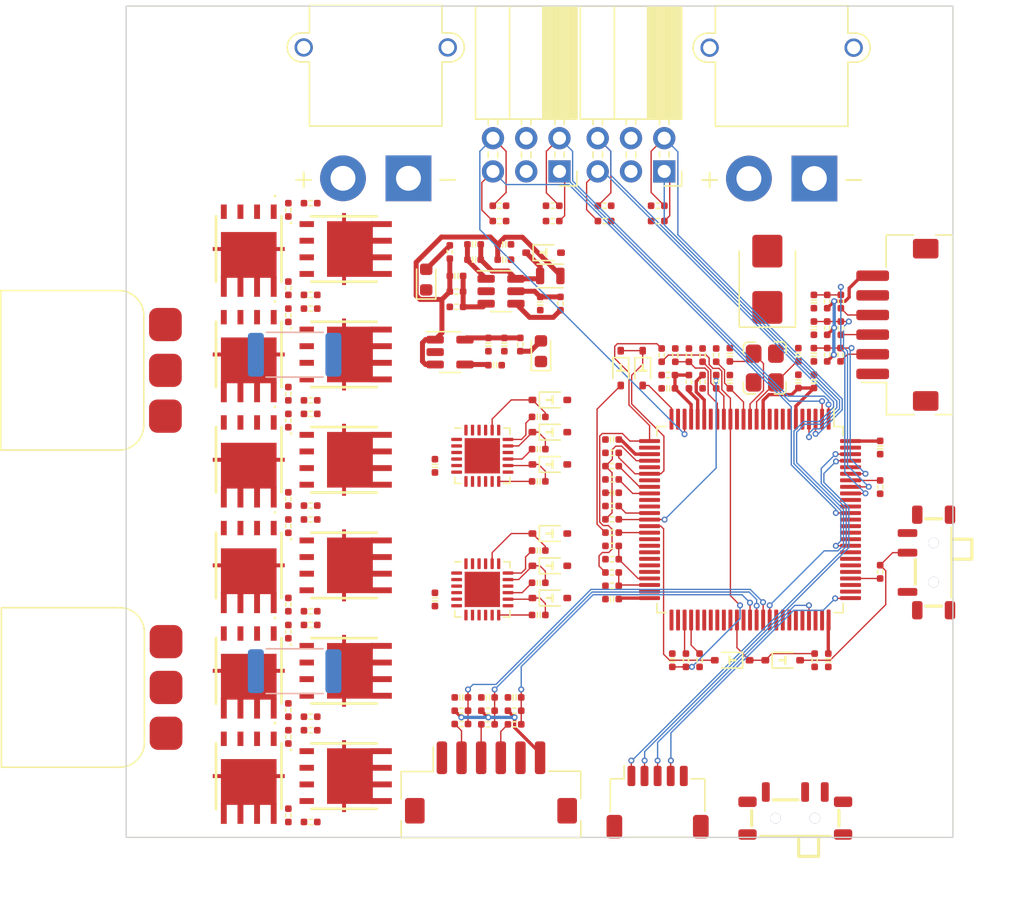
<source format=kicad_pcb>
(kicad_pcb (version 20221018) (generator pcbnew)
  (layers (0 "F.Cu" signal) (1 "In1.Cu" signal) (2 "In2.Cu" signal) (31 "B.Cu" signal) (34 "B.Paste" user) (35 "F.Paste" user) (36 "B.SilkS" user "B.Silkscreen") (37 "F.SilkS" user "F.Silkscreen") (38 "B.Mask" user) (39 "F.Mask" user) (44 "Edge.Cuts" user))
  (net 0 "")
  (net 1 "/CU_SUM1")
  (net 2 "GND")
  (net 3 "/CU_SUM2")
  (net 4 "Net-(D5-K)")
  (net 5 "Net-(IC1-VS1)")
  (net 6 "Net-(D6-K)")
  (net 7 "Net-(IC2-VS1)")
  (net 8 "+3.3VA")
  (net 9 "+3.3V")
  (net 10 "Net-(D7-K)")
  (net 11 "Net-(IC1-VS2)")
  (net 12 "Net-(D8-K)")
  (net 13 "Net-(IC2-VS2)")
  (net 14 "+12V")
  (net 15 "Net-(D9-K)")
  (net 16 "Net-(IC1-VS3)")
  (net 17 "Net-(D10-K)")
  (net 18 "Net-(IC2-VS3)")
  (net 19 "/RST")
  (net 20 "/OSC_N")
  (net 21 "/OSC_P")
  (net 22 "/ENC_A")
  (net 23 "/ENC_B")
  (net 24 "/ENC_C")
  (net 25 "/ENC_U")
  (net 26 "/ENC_V")
  (net 27 "/ENC_W")
  (net 28 "Net-(U3-BS)")
  (net 29 "Net-(D15-K)")
  (net 30 "+5V")
  (net 31 "Net-(U3-FB)")
  (net 32 "Net-(U2-NC)")
  (net 33 "/BREAK1")
  (net 34 "/OP2O")
  (net 35 "Net-(D2-A)")
  (net 36 "/BREAK2")
  (net 37 "/OP4O")
  (net 38 "Net-(D4-A)")
  (net 39 "Net-(D13-A)")
  (net 40 "Net-(D14-A)")
  (net 41 "/PWMAL")
  (net 42 "/PWMBL")
  (net 43 "/PWMCL")
  (net 47 "/LOC")
  (net 48 "/LOB")
  (net 49 "/LOA")
  (net 50 "/HOC")
  (net 51 "/HOB")
  (net 52 "/HOA")
  (net 54 "/PWMAH")
  (net 55 "/PWMBH")
  (net 56 "/PWMCH")
  (net 57 "/PWMUL")
  (net 58 "/PWMVL")
  (net 59 "/PWMWL")
  (net 63 "/LOW")
  (net 64 "/LOV")
  (net 65 "/LOU")
  (net 66 "/HOW")
  (net 67 "/HOV")
  (net 68 "/HOU")
  (net 70 "/PWMUH")
  (net 71 "/PWMVH")
  (net 72 "/PWMWH")
  (net 73 "/WHEEL_DIR")
  (net 74 "/WHEEL_DIR_OUT")
  (net 75 "/WHEEL_PWM")
  (net 76 "/WHEEL_SPD_OUT")
  (net 77 "/UART4_RX")
  (net 78 "/UART4_TX")
  (net 79 "/DAP_SWDIO")
  (net 80 "/DAP_SWCLK")
  (net 81 "/MOTOR_DIR")
  (net 82 "/MOTOR_DIR_OUT")
  (net 83 "/MOTOR_PWM")
  (net 84 "/MOTOR_SPD_OUT")
  (net 85 "/A")
  (net 86 "/B")
  (net 87 "/C")
  (net 88 "/U")
  (net 89 "/V")
  (net 90 "/W")
  (net 91 "Net-(J6-Pin_2)")
  (net 92 "Net-(J6-Pin_3)")
  (net 93 "Net-(J6-Pin_4)")
  (net 95 "Net-(J7-Pin_2)")
  (net 96 "Net-(J7-Pin_3)")
  (net 97 "Net-(J7-Pin_4)")
  (net 99 "Net-(Q1-G)")
  (net 100 "Net-(Q2-G)")
  (net 101 "Net-(Q3-G)")
  (net 102 "Net-(Q4-G)")
  (net 103 "Net-(Q5-G)")
  (net 104 "Net-(Q6-G)")
  (net 105 "Net-(Q7-G)")
  (net 106 "/ISUM1")
  (net 107 "Net-(Q8-G)")
  (net 108 "Net-(Q9-G)")
  (net 109 "Net-(Q10-G)")
  (net 110 "/ISUM2")
  (net 111 "Net-(Q11-G)")
  (net 112 "Net-(Q12-G)")
  (net 113 "Net-(U1-BOOT0)")
  (net 114 "/OP1O")
  (net 115 "/OP1N")
  (net 116 "/OP2N")
  (net 117 "/OP1P")
  (net 118 "/OP2P")
  (net 119 "/ENKEY1")
  (net 120 "/OP3O")
  (net 121 "/OP3N")
  (net 122 "/OP4N")
  (net 123 "/OP3P")
  (net 124 "/OP4P")
  (net 125 "/ENKEY2")
  (net 126 "Net-(U1-PB2{slash}BOOT1)")
  (net 127 "GNDA")
  (net 128 "+3.3VDAC")
  (net 129 "Net-(U3-EN)")
  (footprint "ErBW_s:SOD-323" (layer "F.Cu") (at 166.5276 90.0472 90)
    (fp_text reference "D2" hide)
    (fp_text value "1N5819")
  )
  (footprint "ErBW_s:C_0402" (layer "F.Cu") (at 174.8588 89.0312 90)
    (fp_text reference "C19" hide)
    (fp_text value "20pF")
  )
  (footprint "ErBW_s:C_0402" (layer "F.Cu") (at 156.9267 89.8246)
    (fp_text reference "C34" hide)
    (fp_text value "10nF")
  )
  (footprint "ErBW_s:SOD-323" (layer "F.Cu") (at 160.6351 81.2292 180)
    (fp_text reference "D15" hide)
    (fp_text value "1N5819")
  )
  (footprint "ErBW_s:C_0402" (layer "F.Cu") (at 156.4187 88.2498 -90)
    (fp_text reference "C30" hide)
    (fp_text value "100nF")
  )
  (footprint "ErBW_s:R_0402" (layer "F.Cu") (at 158.419799 117.2718 180)
    (fp_text reference "R61" hide)
    (fp_text value "100R")
  )
  (footprint "ErBW_s:R_0402" (layer "F.Cu") (at 165.8672 102.6202)
    (fp_text reference "R10" hide)
    (fp_text value "100R")
  )
  (footprint "ErBW_s:C_0402" (layer "F.Cu") (at 180.0912 89.0312 90)
    (fp_text reference "C20" hide)
    (fp_text value "20pF")
  )
  (footprint "ErBW_s:SOD-323" (layer "F.Cu") (at 161.1122 97.409 180)
    (fp_text reference "D9" hide)
    (fp_text value "1N5819")
  )
  (footprint "ErBW_s:C_0402" (layer "F.Cu") (at 181.2798 89.027 -90)
    (fp_text reference "C26" hide)
    (fp_text value "10nF")
  )
  (footprint "ErBW_s:R_0402" (layer "F.Cu") (at 182.2958 89.027001 90)
    (fp_text reference "R69" hide)
    (fp_text value "4.7K")
  )
  (footprint "ErBW_s:C_0402" (layer "F.Cu") (at 155.3265 81.7626)
    (fp_text reference "C27" hide)
    (fp_text value "100nF")
  )
  (footprint "ErBW_s:R_0402" (layer "F.Cu") (at 154.355799 116.2304)
    (fp_text reference "R66" hide)
    (fp_text value "4.7K")
  )
  (footprint "ErBW_s:R_0402" (layer "F.Cu") (at 170.159801 90.5806 180)
    (fp_text reference "R63" hide)
    (fp_text value "0R")
  )
  (footprint "ErBW_s:TPH1R403NL" (layer "F.Cu") (at 138.117 105.1234 180)
    (fp_text reference "Q4" hide)
    (fp_text value "NMOS" hide)
  )
  (footprint "ErBW_s:TPH1R403NL" (layer "F.Cu") (at 138.117 121.227 180)
    (fp_text reference "Q6" hide)
    (fp_text value "NMOS" hide)
  )
  (footprint "ErBW_s:R_0402" (layer "F.Cu") (at 141.139599 92.006 90)
    (fp_text reference "R36" hide)
    (fp_text value "4R7")
  )
  (footprint "ErBW_s:R_0402" (layer "F.Cu") (at 142.8414 92.514)
    (fp_text reference "R44" hide)
    (fp_text value "10K")
  )
  (footprint "ErBW_s:R_0402" (layer "F.Cu") (at 183.3118 89.027 -90)
    (fp_text reference "R57" hide)
    (fp_text value "100R")
  )
  (footprint "ErBW_s:R_0402" (layer "F.Cu") (at 142.8414 93.5482 180)
    (fp_text reference "R23" hide)
    (fp_text value "4R7")
  )
  (footprint "ErBW_s:R_0402" (layer "F.Cu") (at 181.3358 112.373801 90)
    (fp_text reference "R18" hide)
    (fp_text value "10K")
  )
  (footprint "Connector_PinSocket_2.54mm:PinSocket_2x03_P2.54mm_Horizontal" (layer "F.Cu") (at 161.8488 75.0198 -90)
    (fp_text reference "J1" hide)
    (fp_text value "FLY_WHEEL")
  )
  (footprint "ErBW_s:C_0402" (layer "F.Cu") (at 170.159798 91.5966 180)
    (fp_text reference "C5" hide)
    (fp_text value "100nF")
  )
  (footprint "ErBW_s:R_0402" (layer "F.Cu") (at 169.3536 77.643)
    (fp_text reference "R53" hide)
    (fp_text value "10K")
  )
  (footprint "ErBW_s:C_0402" (layer "F.Cu") (at 157.6379 81.7626)
    (fp_text reference "C33" hide)
    (fp_text value "10uF")
  )
  (footprint "ErBW_s:R_0402" (layer "F.Cu") (at 165.867199 96.5242)
    (fp_text reference "R9" hide)
    (fp_text value "10K")
  )
  (footprint "ErBW_s:R_0402" (layer "F.Cu") (at 173.8174 89.0566 -90)
    (fp_text reference "R51" hide)
    (fp_text value "10K")
  )
  (footprint "ErBW_s:R_0402" (layer "F.Cu") (at 165.8672 98.556199 180)
    (fp_text reference "R16" hide)
    (fp_text value "1K")
  )
  (footprint "ErBW_s:R_0402" (layer "F.Cu") (at 153.9803 84.201 180)
    (fp_text reference "R73" hide)
    (fp_text value "5K1")
  )
  (footprint "ErBW_s:R_0402" (layer "F.Cu") (at 173.8174 91.0886 -90)
    (fp_text reference "R11" hide)
    (fp_text value "4K7")
  )
  (footprint "ErBW_s:R_0402" (layer "F.Cu") (at 142.8414 116.6876)
    (fp_text reference "R47" hide)
    (fp_text value "10K")
  )
  (footprint "ErBW_s:R_0402" (layer "F.Cu") (at 158.419799 116.2304)
    (fp_text reference "R64" hide)
    (fp_text value "4.7K")
  )
  (footprint "ErBW_s:C_0402" (layer "F.Cu") (at 152.3372 97.5173 -90)
    (fp_text reference "C14" hide)
    (fp_text value "10uF")
  )
  (footprint "ErBW_s:C_0402" (layer "F.Cu") (at 155.3265 80.5942)
    (fp_text reference "C29" hide)
    (fp_text value "100nF")
  )
  (footprint "ErBW_s:C_0402" (layer "F.Cu") (at 154.3558 115.2144 180)
    (fp_text reference "C23" hide)
    (fp_text value "10nF")
  )
  (footprint "ErBW_s:TPH1R403NL" (layer "F.Cu") (at 145.3948 80.9498 -90)
    (fp_text reference "Q7" hide)
    (fp_text value "NMOS" hide)
  )
  (footprint "ErBW_s:R_0402" (layer "F.Cu") (at 142.8414 117.7218 180)
    (fp_text reference "R26" hide)
    (fp_text value "4R7")
  )
  (footprint "ErBW_s:C_0402" (layer "F.Cu") (at 186.3396 96.1178 90)
    (fp_text reference "C7" hide)
    (fp_text value "100nF")
  )
  (footprint "ErBW_s:C_0402" (layer "F.Cu") (at 160.262 98.7044 180)
    (fp_text reference "C16" hide)
    (fp_text value "10uF")
  )
  (footprint "ErBW_s:MR30" (layer "F.Cu") (at 131.7517 90.2208 -90)
    (fp_text reference "J4" hide)
    (fp_text value "MR30")
  )
  (footprint "ErBW_s:SOD-323" (layer "F.Cu") (at 161.1122 94.9452 180)
    (fp_text reference "D7" hide)
    (fp_text value "1N5819")
  )
  (footprint "ErBW_s:R_0402" (layer "F.Cu") (at 169.3536 78.8114)
    (fp_text reference "R52" hide)
    (fp_text value "10K")
  )
  (footprint "ErBW_s:Crystal_SMD_3225_4P" (layer "F.Cu") (at 177.5258 90.0472 -90)
    (fp_text reference "Y1" hide)
    (fp_text value "8MHz")
  )
  (footprint "ErBW_s:R_0402" (layer "F.Cu") (at 161.925 85.1154 -90)
    (fp_text reference "R74" hide)
    (fp_text value "1M")
  )
  (footprint "ErBW_s:R_0402" (layer "F.Cu") (at 183.3372 86.995001 -90)
    (fp_text reference "R59" hide)
    (fp_text value "100R")
  )
  (footprint "ErBW_s:C_0402" (layer "F.Cu") (at 157.6379 88.2498 -90)
    (fp_text reference "C31" hide)
    (fp_text value "10uF")
  )
  (footprint "ErBW_s:R_0402" (layer "F.Cu") (at 158.8571 88.2498 -90)
    (fp_text reference "R72" hide)
    (fp_text value "5K1")
  )
  (footprint "ErBW_s:R_0402" (layer "F.Cu") (at 141.1396 116.1796 90)
    (fp_text reference "R39" hide)
    (fp_text value "4R7")
  )
  (footprint "ErBW_s:C_0402" (layer "F.Cu") (at 153.9803 83.0072)
    (fp_text reference "C28" hide)
    (fp_text value "100pF")
  )
  (footprint "LED_SMD:LED_0603_1608Metric" (layer "F.Cu") (at 160.4319 88.7578 90)
    (fp_text reference "D14" hide)
    (fp_text value "LED")
  )
  (footprint "ErBW_s:R_0402" (layer "F.Cu") (at 186.3396 105.6174 -90)
    (fp_text reference "R19" hide)
    (fp_text value "100R")
  )
  (footprint "ErBW_s:R_0402" (layer "F.Cu") (at 142.8414 85.5036 180)
    (fp_text reference "R22" hide)
    (fp_text value "4R7")
  )
  (footprint "ErBW_s:R_0402" (layer "F.Cu") (at 141.1396 94.0562 -90)
    (fp_text reference "R29" hide)
    (fp_text value "10K")
  )
  (footprint "ErBW_s:TPH1R403NL" (layer "F.Cu") (at 145.3948 121.227 -90)
    (fp_text reference "Q12" hide)
    (fp_text value "NMOS" hide)
  )
  (footprint "ErBW_s:R_0402" (layer "F.Cu") (at 142.8414 101.6182 180)
    (fp_text reference "R24" hide)
    (fp_text value "4R7")
  )
  (footprint "Connector_PinSocket_2.54mm:PinSocket_2x03_P2.54mm_Horizontal" (layer "F.Cu") (at 169.8498 75.0198 -90)
    (fp_text reference "J3" hide)
    (fp_text value "MOTOR_BACK")
  )
  (footprint "ErBW_s:R_0402" (layer "F.Cu") (at 165.8672 101.604199)
    (fp_text reference "R15" hide)
    (fp_text value "10K")
  )
  (footprint "ErBW_s:R_0402" (layer "F.Cu") (at 142.8414 84.455)
    (fp_text reference "R43" hide)
    (fp_text value "10K")
  )
  (footprint "ErBW_s:R_0402" (layer "F.Cu") (at 156.387799 116.2304)
    (fp_text reference "R65" hide)
    (fp_text value "4.7K")
  )
  (footprint "Package_DFN_QFN:QFN-24-1EP_4x4mm_P0.5mm_EP2.7x2.7mm" (layer "F.Cu") (at 155.956 96.7486)
    (fp_text reference "IC1" hide)
    (fp_text value "FD6288Q")
  )
  (footprint "ErBW_s:SPDT_12C01" (layer "F.Cu") (at 190.4238 104.902 90)
    (fp_text reference "SW2" hide)
    (fp_text value "SW_SPDT")
  )
  (footprint "ErBW_s:SPDT_12C01" (layer "F.Cu") (at 179.8574 124.4395)
    (fp_text reference "SW1" hide)
    (fp_text value "SW_SPDT")
  )
  (footprint "ErBW_s:SOD-323" (layer "F.Cu") (at 168.204 90.0472 90)
    (fp_text reference "D1" hide)
    (fp_text value "1N5819")
  )
  (footprint "ErBW_s:C_0402" (layer "F.Cu") (at 160.3811 85.1154 -90)
    (fp_text reference "C35" hide)
    (fp_text value "10uF")
  )
  (footprint "Package_TO_SOT_SMD:SOT-23-5" (layer "F.Cu") (at 153.4922 88.8238)
    (fp_text reference "U2" hide)
    (fp_text value "RT9013-33GB")
  )
  (footprint "Package_QFP:LQFP-100_14x14mm_P0.5mm" (layer "F.Cu") (at 176.403 101.6254 -90)
    (fp_text reference "U1" hide)
    (fp_text value "~")
  )
  (footprint "ErBW_s:C_0402" (layer "F.Cu") (at 158.4198 115.2144 180)
    (fp_text reference "C21" hide)
    (fp_text value "10nF")
  )
  (footprint "ErBW_s:R_0402" (layer "F.Cu") (at 156.387799 117.2718 180)
    (fp_text reference "R58" hide)
    (fp_text value "100R")
  )
  (footprint "ErBW_s:R_0402" (layer "F.Cu") (at 165.2896 78.8114)
    (fp_text reference "R54" hide)
    (fp_text value "10K")
  )
  (footprint "ErBW_s:C_0402" (layer "F.Cu") (at 152.3372 107.7281 -90)
    (fp_text reference "C15" hide)
    (fp_text value "10uF")
  )
  (footprint "Connector_JST:JST_ZE_SM06B-ZESS-TB_1x06-1MP_P1.50mm_Horizontal" (layer "F.Cu") (at 156.6164 123.8758)
    (fp_text reference "J6" hide)
    (fp_text value "Hall")
  )
  (footprint "ErBW_s:R_0402" (layer "F.Cu") (at 141.1396 100.0506 90)
    (fp_text reference "R37" hide)
    (fp_text value "4R7")
  )
  (footprint "ErBW_s:SOD-323" (layer "F.Cu") (at 161.1122 92.4814 180)
    (fp_text reference "D5" hide)
    (fp_text value "1N5819")
  )
  (footprint "ErBW_s:R_0402" (layer "F.Cu") (at 172.776 91.0886 -90)
    (fp_text reference "R60" hide)
    (fp_text value "0R")
  )
  (footprint "ErBW_s:C_0402" (layer "F.Cu") (at 181.2798 84.963 -90)
    (fp_text reference "C24" hide)
    (fp_text value "10nF")
  )
  (footprint "ErBW_s:R_0402" (layer "F.Cu") (at 165.2896 77.643)
    (fp_text reference "R55" hide)
    (fp_text value "10K")
  )
  (footprint "ErBW_s:C_0402" (layer "F.Cu") (at 181.2798 86.995 -90)
    (fp_text reference "C25" hide)
    (fp_text value "10nF")
  )
  (footprint "ErBW_s:R_0402" (layer "F.Cu") (at 157.2632 78.8114)
    (fp_text reference "R41" hide)
    (fp_text value "10K")
  )
  (footprint "ErBW_s:R_0402" (layer "F.Cu") (at 165.8672 104.6522 180)
    (fp_text reference "R5" hide)
    (fp_text value "10K")
  )
  (footprint "Connector_AMASS:AMASS_XT30PW-M_1x02_P2.50mm_Horizontal" (layer "F.Cu") (at 181.316 75.564)
    (fp_text reference "J9" hide)
    (fp_text value "MOTOR")
  )
  (footprint "ErBW_s:C_0402" (layer "F.Cu") (at 165.8672 95.508199)
    (fp_text reference "C11" hide)
    (fp_text value "100nF")
  )
  (footprint "ErBW_s:C_0402" (layer "F.Cu") (at 165.8672 107.7002)
    (fp_text reference "C6" hide)
    (fp_text value "100nF")
  )
  (footprint "ErBW_s:TPH1R403NL" (layer "F.Cu") (at 138.116999 113.1824 180)
    (fp_text reference "Q5" hide)
    (fp_text value "NMOS" hide)
  )
  (footprint "ErBW_s:C_0402" (layer "F.Cu") (at 180.0912 91.0632 -90)
    (fp_text reference "C9" hide)
    (fp_text value "100nF")
  )
  (footprint "ErBW_s:R_0402" (layer "F.Cu") (at 170.6932 89.0566 90)
    (fp_text reference "R12" hide)
    (fp_text value "1K5")
  )
  (footprint "ErBW_s:R_0402" (layer "F.Cu") (at 153.4723 81.1784 90)
    (fp_text reference "R71" hide)
    (fp_text value "5K1")
  )
  (footprint "ErBW_s:C_0402" (layer "F.Cu") (at 181.285 91.0632 -90)
    (fp_text reference "C8" hide)
    (fp_text value "100nF")
  )
  (footprint "ErBW_s:TPH1R403NL" (layer "F.Cu") (at 138.117 89.0088 180)
    (fp_text reference "Q2" hide)
    (fp_text value "NMOS" hide)
  )
  (footprint "ErBW_s:R_0402" (layer "F.Cu") (at 142.8414 124.7322)
    (fp_text reference "R48" hide)
    (fp_text value "10K")
  )
  (footprint "ErBW_s:R_0402" (layer "F.Cu") (at 169.6518 89.0566 90)
    (fp_text reference "R6" hide)
    (fp_text value "10K")
  )
  (footprint "ErBW_s:R_0402" (layer "F.Cu") (at 142.8414 109.6772 180)
    (fp_text reference "R25" hide)
    (fp_text value "4R7")
  )
  (footprint "ErBW_s:R_0402" (layer "F.Cu") (at 141.1396 86.011601 -90)
    (fp_text reference "R28" hide)
    (fp_text value "10K")
  )
  (footprint "ErBW_s:R_0402" (layer "F.Cu") (at 165.8672 106.6842 180)
    (fp_text reference "R4" hide)
    (fp_text value "1K")
  )
  (footprint "ErBW_s:R_0402" (layer "F.Cu") (at 165.8672 97.540199 180)
    (fp_text reference "R17" hide)
    (fp_text value "100R")
  )
  (footprint "ErBW_s:R_0402" (layer "F.Cu") (at 141.1396 83.947 90)
    (fp_text reference "R35" hide)
    (fp_text value "4R7")
  )
  (footprint "ErBW_s:C_0402" (layer "F.Cu") (at 170.464601 112.3738 90)
    (fp_text reference "C1" hide)
    (fp_text value "1uF")
  )
  (footprint "Connector_AMASS:AMASS_XT30PW-M_1x02_P2.50mm_Horizontal" (layer "F.Cu") (at 150.3144 75.5456)
    (fp_text reference "J8" hide)
    (fp_text value "MOTOR")
  )
  (footprint "ErBW_s:R_0402" (layer "F.Cu") (at 171.7346 91.0886 -90)
    (fp_text reference "R70" hide)
    (fp_text value "0R")
  )
  (footprint "ErBW_s:R_0402" (layer "F.Cu") (at 161.3272 78.8114)
    (fp_text reference "R33" hide)
    (fp_text value "10K")
  )
  (footprint "ErBW_s:R_0402" (layer "F.Cu") (at 171.7346 89.0566 90)
    (fp_text reference "R14" hide)
    (fp_text value "10K")
  )
  (footprint "ErBW_s:C_0402" (layer "F.Cu") (at 165.8672 99.572199)
    (fp_text reference "C2" hide)
    (fp_text value "1uF")
  )
  (footprint "ErBW_s:SOD-323" (layer "F.Cu") (at 161.1122 105.156 180)
    (fp_text reference "D8" hide)
    (fp_text value "1N5819")
  )
  (footprint "ErBW_s:TPH1R403NL" (layer "F.Cu") (at 145.3948 97.0534 -90)
    (fp_text reference "Q9" hide)
    (fp_text value "NMOS" hide)
  )
  (footprint "ErBW_s:R_0402" (layer "F.Cu") (at 142.8414 77.4446 180)
    (fp_text reference "R21" hide)
    (fp_text value "4R7")
  )
  (footprint "ErBW_s:R_0402" (layer "F.Cu") (at 154.3558 117.2464 180)
    (fp_text reference "R56" hide)
    (fp_text value "100R")
  )
  (footprint "ErBW_s:C_0402" (layer "F.Cu") (at 160.262 106.4514 180)
    (fp_text reference "C13" hide)
    (fp_text value "10uF")
  )
  (footprint "ErBW_s:R_0402" (layer "F.Cu") (at 182.2958 86.995001 90)
    (fp_text reference "R68" hide)
    (fp_text value "4.7K")
  )
  (footprint "ErBW_s:R_0402" (layer "F.Cu") (at 157.2632 77.643)
    (fp_text reference "R42" hide)
    (fp_text value "10K")
  )
  (footprint "ErBW_s:L_NR201612" (layer "F.Cu") (at 161.1431 83.0072)
    (fp_text reference "L1" hide)
    (fp_text value "6.8uH")
  )
  (footprint "ErBW_s:SOD-323" (layer "F.Cu") (at 161.1122 107.6198 180)
    (fp_text reference "D10" hide)
    (fp_text value "1N5819")
  )
  (footprint "ErBW_s:R_0402" (layer "F.Cu") (at 165.8672 100.5882)
    (fp_text reference "R20" hide)
    (fp_text value "10K")
  )
  (footprint "ErBW_s:R_0402" (layer "F.Cu") (at 161.3272 77.643)
    (fp_text reference "R34" hide)
    (fp_text value "10K")
  )
  (footprint "ErBW_s:R_0402" (layer "F.Cu") (at 141.1396 124.2242 90)
    (fp_text reference "R40" hide)
    (fp_text value "4R7")
  )
  (footprint "ErBW_s:R_0402" (layer "F.Cu") (at 186.3396 99.1404 90)
    (fp_text reference "R1" hide)
    (fp_text value "10K")
  )
  (footprint "ErBW_s:TPH1R403NL" (layer "F.Cu") (at 145.3948 113.1824 -90)
    (fp_text reference "Q11" hide)
    (fp_text value "NMOS" hide)
  )
  (footprint "ErBW_s:R_0402" (layer "F.Cu") (at 141.1396 108.120599 90)
    (fp_text reference "R38" hide)
    (fp_text value "4R7")
  )
  (footprint "ErBW_s:R_0402" (layer "F.Cu") (at 141.1396 77.9526 -90)
    (fp_text reference "R27" hide)
    (fp_text value "10K")
  )
  (footprint "ErBW_s:R_0402" (layer "F.Cu") (at 171.506001 112.3738 -90)
    (fp_text reference "R8" hide)
    (fp_text value "100R")
  )
  (footprint "ErBW_s:TPH1R403NL" (layer "F.Cu") (at 145.3948 105.1234 -90)
    (fp_text reference "Q10" hide)
    (fp_text value "NMOS" hide)
  )
  (footprint "ErBW_s:R_0402" (layer "F.Cu") (at 165.8672 105.6682)
    (fp_text reference "R2" hide)
    (fp_text value "4K7")
  )
  (footprint "ErBW_s:C_0402" (layer "F.Cu") (at 160.262 93.7768 180)
    (fp_text reference "C3" hide)
    (fp_text value "10uF")
  )
  (footprint "ErBW_s:C_0402" (layer "F.Cu") (at 160.262 108.9152 180)
    (fp_text reference "C17" hide)
    (fp_text value "10uF")
  )
  (footprint "Diode_SMD:D_SMB" (layer "F.Cu") (at 177.7238 83.2612 90)
    (fp_text reference "D12" hide)
    (fp_text value "TVS")
  )
  (footprint "ErBW_s:C_0402" (layer "F.Cu") (at 174.8588 91.0886 90)
    (fp_text reference "C18" hide)
    (fp_text value "100nF")
  )
  (footprint "ErBW_s:SOD-323" (layer "F.Cu") (at 161.1122 102.6922 180)
    (fp_text reference "D6" hide)
    (fp_text value "1N5819")
  )
  (footprint "Package_TO_SOT_SMD:SOT-23-6" (layer "F.Cu") (at 157.3839 84.1756)
    (fp_text reference "U3" hide)
    (fp_text value "ME3116")
  )
  (footprint "ErBW_s:TPH1R403NL" (layer "F.Cu") (at 138.117 97.0534 180)
    (fp_text reference "Q3" hide)
    (fp_text value "NMOS" hide)
  )
  (footprint "Connector_JST:JST_SH_SM05B-SRSS-TB_1x05-1MP_P1.00mm_Horizontal" (layer "F.Cu") (at 169.3418 123.2154)
    (fp_text reference "J2" hide)
    (fp_text value "SWD&UART")
  )
  (footprint "ErBW_s:SOD-323" (layer "F.Cu") (at 175.0366 112.373801)
    (fp_text reference "D3" hide)
    (fp_text value "1N5819")
  )
  (footprint "ErBW_s:C_0402" (layer "F.Cu") (at 157.6379 80.5942)
    (fp_text reference "C32" hide)
    (fp_text value "100nF")
  )
  (footprint "Connector_JST:JST_ZE_SM06B-ZESS-TB_1x06-1MP_P1.50mm_Horizontal" (layer "F.Cu") (at 189.8173 86.741 90)
    (fp_text reference "J7" hide)
    (fp_text value "Hall")
  )
  (footprint "ErBW_s:R_0402" (layer "F.Cu") (at 172.547401 112.3738 -90)
    (fp_text reference "R7" hide)
    (fp_text value "1K")
  )
  (footprint "ErBW_s:R_0402" (layer "F.Cu") (at 141.139599 102.1262 -90)
    (fp_text reference "R30" hide)
    (fp_text value "10K")
  )
  (footprint "ErBW_s:C_0402" (layer "F.Cu") (at 182.3772 112.373801 90)
    (fp_text reference "C10" hide)
    (fp_text value "100nF")
  )
  (footprint "ErBW_s:MR30" (layer "F.Cu") (at 131.8006 114.4524 -90)
    (fp_text reference "J5" hide)
    (fp_text value "MR30")
  )
  (footprint "ErBW_s:R_0402" (layer "F.Cu") (at 182.2958 84.963001 90)
    (fp_text reference "R67" hide)
    (fp_text value "4.7K")
  )
  (footprint "ErBW_s:SOD-323" (layer "F.Cu") (at 178.8974 112.3738 180)
    (fp_text reference "D4" hide)
    (fp_text value "1N5819")
  )
  (footprint "ErBW_s:TPH1R403NL" (layer "F.Cu") (at 145.3948 89.0088 -90)
    (fp_text reference "Q8" hide)
    (fp_text value "NMOS" hide)
  )
  (footprint "ErBW_s:R_0402" (layer "F.Cu") (at 142.8414 108.6286)
    (fp_text reference "R46" hide)
    (fp_text value "10K")
  )
  (footprint "ErBW_s:C_0402" (layer "F.Cu") (at 160.262 96.2406 180)
    (fp_text reference "C12" hide)
    (fp_text value "10uF")
  )
  (footprint "ErBW_s:C_0402" (layer "F.Cu") (at 156.3878 115.2144 180)
    (fp_text reference "C22" hide)
    (fp_text value "10nF")
  )
  (footprint "Package_DFN_QFN:QFN-24-1EP_4x4mm_P0.5mm_EP2.7x2.7mm" (layer "F.Cu") (at 155.956 106.9594)
    (fp_text reference "IC2" hide)
    (fp_text value "FD6288Q")
  )
  (footprint "ErBW_s:TPH1R403NL" (layer "F.Cu") (at 138.117 80.949799 180)
    (fp_text reference "Q1" hide)
    (fp_text value "NMOS" hide)
  )
  (footprint "ErBW_s:R_0402" (layer "F.Cu") (at 172.776 89.0566 90)
    (fp_text reference "R13" hide)
    (fp_text value "1K")
  )
  (footprint "ErBW_s:R_0402" (layer "F.Cu") (at 141.1396 118.2298 -90)
    (fp_text reference "R32" hide)
    (fp_text value "10K")
  )
  (footprint "ErBW_s:R_0402" (layer "F.Cu") (at 153.9803 85.3694)
    (fp_text reference "R75" hide)
    (fp_text value "1K")
  )
  (footprint "ErBW_s:R_0402" (layer "F.Cu") (at 183.3372 84.963001 -90)
    (fp_text reference "R62" hide)
    (fp_text value "100R")
  )
  (footprint "ErBW_s:R_0402" (layer "F.Cu") (at 142.8414 100.5586)
    (fp_text reference "R45" hide)
    (fp_text value "10K")
  )
  (footprint "ErBW_s:R_0402" (layer "F.Cu") (at 141.1396 110.1852 -90)
    (fp_text reference "R31" hide)
    (fp_text value "10K")
  )
  (footprint "ErBW_s:C_0402" (layer "F.Cu") (at 160.262 103.9876 180)
    (fp_text reference "C4" hide)
    (fp_text value "10uF")
  )
  (footprint "LED_SMD:LED_0603_1608Metric" (layer "F.Cu") (at 151.6689 83.2866 90)
    (fp_text reference "D13" hide)
    (fp_text value "LED")
  )
  (footprint "ErBW_s:R_0402" (layer "F.Cu") (at 165.8672 103.636199 180)
    (fp_text reference "R3" hide)
    (fp_text value "1K5")
  )
  (footprint "Resistor_SMD:R_2512_6332Metric" (layer "B.Cu") (at 141.6222 89.027 180)
    (fp_text reference "R49" hide)
    (fp_text value "2mR")
  )
  (footprint "Resistor_SMD:R_2512_6332Metric" (layer "B.Cu") (at 141.6222 113.2078 180)
    (fp_text reference "R50" hide)
    (fp_text value "2mR")
  )
  (gr_rect (start 128.7526 62.3824) (end 191.897 125.9078) (stroke (width 0.1)) (fill none) (layer "Edge.Cuts"))
  (segment (start 173.2788 89.281) (end 173.2788 89.780032) (width 0.1016) (layer "F.Cu") (net 1))
  (segment (start 174.033832 90.0684) (end 174.2492 90.283768) (width 0.1016) (layer "F.Cu") (net 1))
  (segment (start 173.0502 89.0524) (end 173.2788 89.281) (width 0.1016) (layer "F.Cu") (net 1))
  (segment (start 174.903 92.353) (end 174.903 93.9504) (width 0.1016) (layer "F.Cu") (net 1))
  (segment (start 173.2788 89.780032) (end 173.567168 90.0684) (width 0.1016) (layer "F.Cu") (net 1))
  (segment (start 169.6518 89.5646) (end 170.164 89.0524) (width 0.1016) (layer "F.Cu") (net 1))
  (segment (start 171.510201 112.8776) (end 171.506001 112.8818) (width 0.1016) (layer "F.Cu") (net 1))
  (segment (start 170.164 89.0524) (end 173.0502 89.0524) (width 0.1016) (layer "F.Cu") (net 1))
  (segment (start 171.963701 112.8776) (end 171.510201 112.8776) (width 0.1016) (layer "F.Cu") (net 1))
  (segment (start 174.903 93.9504) (end 174.903 107.440279) (width 0.1016) (layer "F.Cu") (net 1))
  (segment (start 173.567168 90.0684) (end 174.033832 90.0684) (width 0.1016) (layer "F.Cu") (net 1))
  (segment (start 170.464601 112.8818) (end 171.506001 112.8818) (width 0.1016) (layer "F.Cu") (net 1))
  (segment (start 174.2492 90.283768) (end 174.2492 91.6992) (width 0.1016) (layer "F.Cu") (net 1))
  (segment (start 174.903 107.440279) (end 175.641 108.178279) (width 0.1016) (layer "F.Cu") (net 1))
  (segment (start 174.2492 91.6992) (end 174.903 92.353) (width 0.1016) (layer "F.Cu") (net 1))
  (via (at 171.963701 112.8776) (size 0.4572) (drill 0.254) (layers "F.Cu" "B.Cu") (net 1))
  (via (at 175.641 108.178279) (size 0.4572) (drill 0.254) (layers "F.Cu" "B.Cu") (net 1))
  (segment (start 175.641 108.178279) (end 175.641 109.200301) (width 0.1016) (layer "B.Cu") (net 1))
  (segment (start 175.641 109.200301) (end 171.963701 112.8776) (width 0.1016) (layer "B.Cu") (net 1))
  (segment (start 168.728 97.1254) (end 167.711208 97.1254) (width 0.1016) (layer "F.Cu") (net 3))
  (segment (start 165.3592 101.604199) (end 165.862 101.101399) (width 0.1016) (layer "F.Cu") (net 3))
  (segment (start 165.862 101.101399) (end 165.862 99.572199) (width 0.1016) (layer "F.Cu") (net 3))
  (segment (start 167.711208 97.1254) (end 166.597808 96.012) (width 0.1016) (layer "F.Cu") (net 3))
  (segment (start 165.8874 97.011999) (end 165.3592 97.540199) (width 0.1016) (layer "F.Cu") (net 3))
  (segment (start 166.597808 96.012) (end 166.1414 96.012) (width 0.1016) (layer "F.Cu") (net 3))
  (segment (start 165.862 98.042999) (end 165.862 99.572199) (width 0.1016) (layer "F.Cu") (net 3))
  (segment (start 165.3592 97.540199) (end 165.862 98.042999) (width 0.1016) (layer "F.Cu") (net 3))
  (segment (start 165.8874 96.266) (end 165.8874 97.011999) (width 0.1016) (layer "F.Cu") (net 3))
  (segment (start 166.1414 96.012) (end 165.8874 96.266) (width 0.1016) (layer "F.Cu") (net 3))
  (segment (start 165.862 99.572199) (end 165.3592 99.572199) (width 0.1016) (layer "F.Cu") (net 3))
  (segment (start 160.77 93.4682) (end 160.77 93.7768) (width 0.1016) (layer "F.Cu") (net 4))
  (segment (start 159.7832 92.4814) (end 160.77 93.4682) (width 0.1016) (layer "F.Cu") (net 4))
  (segment (start 159.7832 92.4814) (end 158.1658 92.4814) (width 0.1016) (layer "F.Cu") (net 4))
  (segment (start 158.1658 92.4814) (end 156.706 93.9412) (width 0.1016) (layer "F.Cu") (net 4))
  (segment (start 156.706 93.9412) (end 156.706 94.7861) (width 0.1016) (layer "F.Cu") (net 4))
  (segment (start 159.754 93.7768) (end 159.2834 94.2474) (width 0.1016) (layer "F.Cu") (net 5))
  (segment (start 159.2834 94.2474) (end 159.2834 95.157632) (width 0.1016) (layer "F.Cu") (net 5))
  (segment (start 159.2834 95.157632) (end 158.942432 95.4986) (width 0.1016) (layer "F.Cu") (net 5))
  (segment (start 158.942432 95.4986) (end 157.9185 95.4986) (width 0.1016) (layer "F.Cu") (net 5))
  (segment (start 156.706 104.152) (end 158.1658 102.6922) (width 0.1016) (layer "F.Cu") (net 6))
  (segment (start 156.706 104.9969) (end 156.706 104.152) (width 0.1016) (layer "F.Cu") (net 6))
  (segment (start 158.1658 102.6922) (end 159.7832 102.6922) (width 0.1016) (layer "F.Cu") (net 6))
  (segment (start 160.77 103.679) (end 160.77 103.9876) (width 0.1016) (layer "F.Cu") (net 6))
  (segment (start 159.7832 102.6922) (end 160.77 103.679) (width 0.1016) (layer "F.Cu") (net 6))
  (segment (start 157.9185 105.7094) (end 158.942432 105.7094) (width 0.1016) (layer "F.Cu") (net 7))
  (segment (start 159.258 104.4836) (end 159.754 103.9876) (width 0.1016) (layer "F.Cu") (net 7))
  (segment (start 158.942432 105.7094) (end 159.258 105.393832) (width 0.1016) (layer "F.Cu") (net 7))
  (segment (start 159.258 105.393832) (end 159.258 104.4836) (width 0.1016) (layer "F.Cu") (net 7))
  (segment (start 170.667798 91.5966) (end 170.667798 90.580603) (width 0.254) (layer "F.Cu") (net 8))
  (segment (start 171.903 93.9504) (end 171.903 92.831802) (width 0.254) (layer "F.Cu") (net 8))
  (segment (start 171.7346 90.5806) (end 170.667801 90.5806) (width 0.254) (layer "F.Cu") (net 8))
  (segment (start 170.667798 90.580603) (end 170.667801 90.5806) (width 0.254) (layer "F.Cu") (net 8))
  (segment (start 171.903 92.831802) (end 170.667798 91.5966) (width 0.254) (layer "F.Cu") (net 8))
  (segment (start 168.728 107.6254) (end 166.45 107.6254) (width 0.254) (layer "F.Cu") (net 9))
  (segment (start 179.903 92.9532) (end 179.903 93.9504) (width 0.254) (layer "F.Cu") (net 9))
  (segment (start 158.8571 87.7418) (end 156.4187 87.7418) (width 0.381) (layer "F.Cu") (net 9))
  (segment (start 166.45 107.6254) (end 166.3752 107.7002) (width 0.254) (layer "F.Cu") (net 9))
  (segment (start 166.526599 95.508199) (end 166.3752 95.508199) (width 0.254) (layer "F.Cu") (net 9))
  (segment (start 177.842332 92.0758) (end 177.403 92.515132) (width 0.254) (layer "F.Cu") (net 9))
  (segment (start 167.6438 96.6254) (end 166.526599 95.508199) (width 0.254) (layer "F.Cu") (net 9))
  (segment (start 180.0912 91.5712) (end 179.5866 92.0758) (width 0.254) (layer "F.Cu") (net 9))
  (segment (start 182.3772 111.865801) (end 182.3772 109.3262) (width 0.254) (layer "F.Cu") (net 9))
  (segment (start 177.403 92.515132) (end 177.403 93.9504) (width 0.254) (layer "F.Cu") (net 9))
  (segment (start 184.078 95.6254) (end 186.324 95.6254) (width 0.254) (layer "F.Cu") (net 9))
  (segment (start 168.728 96.6254) (end 167.6438 96.6254) (width 0.254) (layer "F.Cu") (net 9))
  (segment (start 182.3772 109.3262) (end 182.403 109.3004) (width 0.254) (layer "F.Cu") (net 9))
  (segment (start 154.7617 87.7418) (end 156.4187 87.7418) (width 0.381) (layer "F.Cu") (net 9))
  (segment (start 186.324 95.6254) (end 186.3396 95.6098) (width 0.254) (layer "F.Cu") (net 9))
  (segment (start 179.5866 92.0758) (end 177.842332 92.0758) (width 0.254) (layer "F.Cu") (net 9))
  (segment (start 181.285 91.5712) (end 180.0912 91.5712) (width 0.254) (layer "F.Cu") (net 9))
  (segment (start 154.6297 87.8738) (end 154.7617 87.7418) (width 0.381) (layer "F.Cu") (net 9))
  (segment (start 181.285 91.5712) (end 179.903 92.9532) (width 0.254) (layer "F.Cu") (net 9))
  (segment (start 159.7832 94.9452) (end 160.2232 94.9452) (width 0.1016) (layer "F.Cu") (net 10))
  (segment (start 158.7298 95.9986) (end 159.7832 94.9452) (width 0.1016) (layer "F.Cu") (net 10))
  (segment (start 157.9185 95.9986) (end 158.7298 95.9986) (width 0.1016) (layer "F.Cu") (net 10))
  (segment (start 160.77 95.492) (end 160.77 96.2406) (width 0.1016) (layer "F.Cu") (net 10))
  (segment (start 160.2232 94.9452) (end 160.77 95.492) (width 0.1016) (layer "F.Cu") (net 10))
  (segment (start 158.996 96.9986) (end 157.9185 96.9986) (width 0.1016) (layer "F.Cu") (net 11))
  (segment (start 159.754 96.2406) (end 158.996 96.9986) (width 0.1016) (layer "F.Cu") (net 11))
  (segment (start 160.77 106.4514) (end 160.77 105.5758) (width 0.1016) (layer "F.Cu") (net 12))
  (segment (start 160.77 105.5758) (end 160.3502 105.156) (width 0.1016) (layer "F.Cu") (net 12))
  (segment (start 158.7298 106.2094) (end 159.7832 105.156) (width 0.1016) (layer "F.Cu") (net 12))
  (segment (start 157.9185 106.2094) (end 158.7298 106.2094) (width 0.1016) (layer "F.Cu") (net 12))
  (segment (start 160.3502 105.156) (end 159.7832 105.156) (width 0.1016) (layer "F.Cu") (net 12))
  (segment (start 159.754 106.4514) (end 158.996 107.2094) (width 0.1016) (layer "F.Cu") (net 13))
  (segment (start 158.996 107.2094) (end 157.9185 107.2094) (width 0.1016) (layer "F.Cu") (net 13))
  (segment (start 159.9493 84.1756) (end 158.5214 84.1756) (width 0.381) (layer "F.Cu") (net 14))
  (segment (start 160.3811 84.6074) (end 159.9493 84.1756) (width 0.381) (layer "F.Cu") (net 14))
  (segment (start 161.925 84.6074) (end 160.3811 84.6074) (width 0.381) (layer "F.Cu") (net 14))
  (segment (start 160.77 98.7044) (end 160.77 97.9304) (width 0.1016) (layer "F.Cu") (net 15))
  (segment (start 160.2486 97.409) (end 159.7832 97.409) (width 0.1016) (layer "F.Cu") (net 15))
  (segment (start 159.6936 97.4986) (end 159.7832 97.409) (width 0.1016) (layer "F.Cu") (net 15))
  (segment (start 160.77 97.9304) (end 160.2486 97.409) (width 0.1016) (layer "F.Cu") (net 15))
  (segment (start 157.9185 97.4986) (end 159.6936 97.4986) (width 0.1016) (layer "F.Cu") (net 15))
  (segment (start 159.754 98.7044) (end 157.2127 98.7044) (width 0.1016) (layer "F.Cu") (net 16))
  (segment (start 157.2127 98.7044) (end 157.206 98.7111) (width 0.1016) (layer "F.Cu") (net 16))
  (segment (start 160.3502 107.6198) (end 160.77 108.0396) (width 0.1016) (layer "F.Cu") (net 17))
  (segment (start 160.77 108.0396) (end 160.77 108.9152) (width 0.1016) (layer "F.Cu") (net 17))
  (segment (start 159.6936 107.7094) (end 159.7832 107.6198) (width 0.1016) (layer "F.Cu") (net 17))
  (segment (start 159.7832 107.6198) (end 160.3502 107.6198) (width 0.1016) (layer "F.Cu") (net 17))
  (segment (start 157.9185 107.7094) (end 159.6936 107.7094) (width 0.1016) (layer "F.Cu") (net 17))
  (segment (start 159.754 108.9152) (end 157.2127 108.9152) (width 0.1016) (layer "F.Cu") (net 18))
  (segment (start 157.2127 108.9152) (end 157.206 108.9219) (width 0.1016) (layer "F.Cu") (net 18))
  (segment (start 174.8588 91.5966) (end 174.4524 91.1902) (width 0.1016) (layer "F.Cu") (net 19))
  (segment (start 174.4524 90.1996) (end 173.8174 89.5646) (width 0.1016) (layer "F.Cu") (net 19))
  (segment (start 174.8588 91.5966) (end 175.903 92.6408) (width 0.1016) (layer "F.Cu") (net 19))
  (segment (start 175.903 92.6408) (end 175.903 93.9504) (width 0.1016) (layer "F.Cu") (net 19))
  (segment (start 174.4524 91.1902) (end 174.4524 90.1996) (width 0.1016) (layer "F.Cu") (net 19))
  (segment (start 177.4282 91.761) (end 176.403 92.7862) (width 0.1016) (layer "F.Cu") (net 20))
  (segment (start 176.403 92.7862) (end 176.403 93.9504) (width 0.1016) (layer "F.Cu") (net 20))
  (segment (start 177.4282 89.6996) (end 177.4282 91.761) (width 0.1016) (layer "F.Cu") (net 20))
  (segment (start 176.0838 89.5392) (end 174.8588 89.5392) (width 0.1016) (layer "F.Cu") (net 20))
  (segment (start 176.6758 88.9472) (end 176.0838 89.5392) (width 0.1016) (layer "F.Cu") (net 20))
  (segment (start 176.6758 88.9472) (end 177.4282 89.6996) (width 0.1016) (layer "F.Cu") (net 20))
  (segment (start 176.903 92.62) (end 176.903 93.9504) (width 0.1016) (layer "F.Cu") (net 21))
  (segment (start 179.9838 89.5392) (end 178.3758 91.1472) (width 0.1016) (layer "F.Cu") (net 21))
  (segment (start 180.0912 89.5392) (end 179.9838 89.5392) (width 0.1016) (layer "F.Cu") (net 21))
  (segment (start 178.3758 91.1472) (end 176.903 92.62) (width 0.1016) (layer "F.Cu") (net 21))
  (segment (start 176.403 107.980329) (end 176.39825 107.975579) (width 0.1016) (layer "F.Cu") (net 22))
  (segment (start 158.9278 114.6048) (end 158.9278 115.2144) (width 0.1016) (layer "F.Cu") (net 22))
  (segment (start 176.403 109.3004) (end 176.403 107.980329) (width 0.1016) (layer "F.Cu") (net 22))
  (segment (start 158.927799 117.2718) (end 158.927799 115.214401) (width 0.1016) (layer "F.Cu") (net 22))
  (segment (start 158.927799 115.214401) (end 158.9278 115.2144) (width 0.1016) (layer "F.Cu") (net 22))
  (via (at 176.39825 107.975579) (size 0.4572) (drill 0.254) (layers "F.Cu" "B.Cu") (net 22))
  (via (at 158.9278 114.6048) (size 0.4572) (drill 0.254) (layers "F.Cu" "B.Cu") (net 22))
  (segment (start 164.422168 107.3658) (end 158.9278 112.860168) (width 0.1016) (layer "B.Cu") (net 22))
  (segment (start 158.9278 112.860168) (end 158.9278 114.6048) (width 0.1016) (layer "B.Cu") (net 22))
  (segment (start 176.39825 107.975579) (end 175.788471 107.3658) (width 0.1016) (layer "B.Cu") (net 22))
  (segment (start 175.788471 107.3658) (end 164.422168 107.3658) (width 0.1016) (layer "B.Cu") (net 22))
  (segment (start 156.8958 115.2144) (end 156.8958 117.271799) (width 0.1016) (layer "F.Cu") (net 23))
  (segment (start 176.903 109.3004) (end 176.903 108.209998) (width 0.1016) (layer "F.Cu") (net 23))
  (segment (start 156.8958 114.6048) (end 156.8958 115.2144) (width 0.1016) (layer "F.Cu") (net 23))
  (segment (start 156.8958 117.271799) (end 156.895799 117.2718) (width 0.1016) (layer "F.Cu") (net 23))
  (segment (start 176.903 108.209998) (end 176.906609 108.206389) (width 0.1016) (layer "F.Cu") (net 23))
  (via (at 156.8958 114.6048) (size 0.4572) (drill 0.254) (layers "F.Cu" "B.Cu") (net 23))
  (via (at 176.906609 108.206389) (size 0.4572) (drill 0.254) (layers "F.Cu" "B.Cu") (net 23))
  (segment (start 164.338 107.1626) (end 156.8958 114.6048) (width 0.1016) (layer "B.Cu") (net 23))
  (segment (start 176.906609 108.206389) (end 176.906609 107.736534) (width 0.1016) (layer "B.Cu") (net 23))
  (segment (start 176.906609 107.736534) (end 176.332675 107.1626) (width 0.1016) (layer "B.Cu") (net 23))
  (segment (start 176.332675 107.1626) (end 164.338 107.1626) (width 0.1016) (layer "B.Cu") (net 23))
  (segment (start 177.403 109.3004) (end 177.403 107.945557) (width 0.1016) (layer "F.Cu") (net 24))
  (segment (start 154.8638 117.2464) (end 154.8638 115.2144) (width 0.1016) (layer "F.Cu") (net 24))
  (segment (start 154.8638 114.6048) (end 154.8638 115.2144) (width 0.1016) (layer "F.Cu") (net 24))
  (segment (start 177.403 107.945557) (end 177.397041 107.939598) (width 0.1016) (layer "F.Cu") (net 24))
  (via (at 154.8638 114.6048) (size 0.4572) (drill 0.254) (layers "F.Cu" "B.Cu") (net 24))
  (via (at 177.397041 107.939598) (size 0.4572) (drill 0.254) (layers "F.Cu" "B.Cu") (net 24))
  (segment (start 176.416843 106.9594) (end 164.253832 106.9594) (width 0.1016) (layer "B.Cu") (net 24))
  (segment (start 177.397041 107.939598) (end 176.416843 106.9594) (width 0.1016) (layer "B.Cu") (net 24))
  (segment (start 156.989432 114.2238) (end 155.2448 114.2238) (width 0.1016) (layer "B.Cu") (net 24))
  (segment (start 164.253832 106.9594) (end 156.989432 114.2238) (width 0.1016) (layer "B.Cu") (net 24))
  (segment (start 155.2448 114.2238) (end 154.8638 114.6048) (width 0.1016) (layer "B.Cu") (net 24))
  (segment (start 183.3372 84.455001) (end 183.3372 83.8454) (width 0.1016) (layer "F.Cu") (net 25))
  (segment (start 183.337199 84.455) (end 183.3372 84.455001) (width 0.1016) (layer "F.Cu") (net 25))
  (segment (start 184.078 99.6254) (end 185.2102 99.6254) (width 0.1016) (layer "F.Cu") (net 25))
  (segment (start 185.2102 99.6254) (end 185.2168 99.6188) (width 0.1016) (layer "F.Cu") (net 25))
  (segment (start 181.2798 84.455) (end 183.337199 84.455) (width 0.1016) (layer "F.Cu") (net 25))
  (via (at 183.3372 83.8454) (size 0.4572) (drill 0.254) (layers "F.Cu" "B.Cu") (net 25))
  (via (at 185.2168 99.6188) (size 0.4572) (drill 0.254) (layers "F.Cu" "B.Cu") (net 25))
  (segment (start 183.3372 88.5698) (end 183.3372 83.8454) (width 0.1016) (layer "B.Cu") (net 25))
  (segment (start 183.642 98.044) (end 183.642 88.8746) (width 0.1016) (layer "B.Cu") (net 25))
  (segment (start 183.642 88.8746) (end 183.3372 88.5698) (width 0.1016) (layer "B.Cu") (net 25))
  (segment (start 185.2168 99.6188) (end 183.642 98.044) (width 0.1016) (layer "B.Cu") (net 25))
  (segment (start 184.078 99.1254) (end 185.460519 99.1254) (width 0.1016) (layer "F.Cu") (net 26))
  (segment (start 183.337201 86.487) (end 183.3372 86.487001) (width 0.1016) (layer "F.Cu") (net 26))
  (segment (start 183.9468 86.487) (end 183.337201 86.487) (width 0.1016) (layer "F.Cu") (net 26))
  (segment (start 185.460519 99.1254) (end 185.46648 99.119439) (width 0.1016) (layer "F.Cu") (net 26))
  (segment (start 183.3372 86.487001) (end 181.279801 86.487001) (width 0.1016) (layer "F.Cu") (net 26))
  (segment (start 181.279801 86.487001) (end 181.2798 86.487) (width 0.1016) (layer "F.Cu") (net 26))
  (via (at 183.9468 86.487) (size 0.4572) (drill 0.254) (layers "F.Cu" "B.Cu") (net 26))
  (via (at 185.46648 99.119439) (size 0.4572) (drill 0.254) (layers "F.Cu" "B.Cu") (net 26))
  (segment (start 183.8452 88.753016) (end 183.5404 88.448216) (width 0.1016) (layer "B.Cu") (net 26))
  (segment (start 183.8452 97.498159) (end 183.8452 88.753016) (width 0.1016) (layer "B.Cu") (net 26))
  (segment (start 183.5404 88.448216) (end 183.5404 86.8934) (width 0.1016) (layer "B.Cu") (net 26))
  (segment (start 185.46648 99.119439) (end 183.8452 97.498159) (width 0.1016) (layer "B.Cu") (net 26))
  (segment (start 183.5404 86.8934) (end 183.9468 86.487) (width 0.1016) (layer "B.Cu") (net 26))
  (segment (start 184.078 98.1254) (end 185.2116 98.1254) (width 0.1016) (layer "F.Cu") (net 27))
  (segment (start 184.15 88.519) (end 183.3118 88.519) (width 0.1016) (layer "F.Cu") (net 27))
  (segment (start 183.3118 88.519) (end 181.2798 88.519) (width 0.1016) (layer "F.Cu") (net 27))
  (segment (start 185.2116 98.1254) (end 185.2168 98.1202) (width 0.1016) (layer "F.Cu") (net 27))
  (via (at 184.15 88.519) (size 0.4572) (drill 0.254) (layers "F.Cu" "B.Cu") (net 27))
  (via (at 185.2168 98.1202) (size 0.4572) (drill 0.254) (layers "F.Cu" "B.Cu") (net 27))
  (segment (start 184.024276 88.644724) (end 184.15 88.519) (width 0.1016) (layer "B.Cu") (net 27))
  (segment (start 185.2168 98.1202) (end 184.0484 96.9518) (width 0.1016) (layer "B.Cu") (net 27))
  (segment (start 184.0484 88.668848) (end 184.024276 88.644724) (width 0.1016) (layer "B.Cu") (net 27))
  (segment (start 184.0484 96.9518) (end 184.0484 88.668848) (width 0.1016) (layer "B.Cu") (net 27))
  (segment (start 154.8185 81.7977) (end 154.8185 80.5942) (width 0.381) (layer "F.Cu") (net 28))
  (segment (start 156.2464 83.2256) (end 154.8185 81.7977) (width 0.381) (layer "F.Cu") (net 28))
  (segment (start 158.5214 83.2256) (end 160.15 83.2256) (width 0.381) (layer "F.Cu") (net 29))
  (segment (start 160.15 83.2256) (end 160.3684 83.0072) (width 0.381) (layer "F.Cu") (net 29))
  (segment (start 157.9293 82.6335) (end 156.7054 82.6335) (width 0.381) (layer "F.Cu") (net 29))
  (segment (start 156.7054 82.6335) (end 155.8345 81.7626) (width 0.381) (layer "F.Cu") (net 29))
  (segment (start 158.5214 83.2256) (end 157.9293 82.6335) (width 0.381) (layer "F.Cu") (net 29))
  (segment (start 160.3684 83.0072) (end 160.3684 82.2915) (width 0.381) (layer "F.Cu") (net 29))
  (segment (start 160.3684 82.2915) (end 159.3061 81.2292) (width 0.381) (layer "F.Cu") (net 29))
  (segment (start 155.8345 80.5942) (end 155.8345 81.7626) (width 0.381) (layer "F.Cu") (net 29))
  (segment (start 182.8292 84.9376) (end 183.6674 84.9376) (width 0.254) (layer "F.Cu") (net 30))
  (segment (start 158.4198 117.520695) (end 158.4198 116.7384) (width 0.254) (layer "F.Cu") (net 30))
  (segment (start 153.4723 84.201) (end 152.8696 84.8037) (width 0.381) (layer "F.Cu") (net 30))
  (segment (start 150.9014 81.9658) (end 152.8318 80.0354) (width 0.381) (layer "F.Cu") (net 30))
  (segment (start 153.847799 116.2304) (end 153.8478 116.2304) (width 0.254) (layer "F.Cu") (net 30))
  (segment (start 153.8478 116.2304) (end 154.3558 116.7384) (width 0.254) (layer "F.Cu") (net 30))
  (segment (start 152.8696 84.8037) (end 151.201049 84.8037) (width 0.381) (layer "F.Cu") (net 30))
  (segment (start 183.9722 84.6328) (end 183.9722 83.947) (width 0.254) (layer "F.Cu") (net 30))
  (segment (start 182.2958 85.471) (end 182.8292 84.9376) (width 0.254) (layer "F.Cu") (net 30))
  (segment (start 151.384 88.1126) (end 151.6228 87.8738) (width 0.381) (layer "F.Cu") (net 30))
  (segment (start 151.384 89.535) (end 151.384 88.1126) (width 0.381) (layer "F.Cu") (net 30))
  (segment (start 160.3664 119.467295) (end 158.4198 117.520695) (width 0.254) (layer "F.Cu") (net 30))
  (segment (start 152.8696 87.3589) (end 152.3547 87.8738) (width 0.381) (layer "F.Cu") (net 30))
  (segment (start 182.2958 85.471001) (end 182.2958 85.471) (width 0.254) (layer "F.Cu") (net 30))
  (segment (start 158.419799 116.7384) (end 157.911799 116.2304) (width 0.254) (layer "F.Cu") (net 30))
  (segment (start 156.5711 80.0354) (end 157.1299 80.5942) (width 0.381) (layer "F.Cu") (net 30))
  (segment (start 156.387799 116.7384) (end 155.879799 116.2304) (width 0.254) (layer "F.Cu") (net 30))
  (segment (start 151.6228 87.8738) (end 152.3547 87.8738) (width 0.381) (layer "F.Cu") (net 30))
  (segment (start 152.3547 89.7738) (end 151.6228 89.7738) (width 0.381) (layer "F.Cu") (net 30))
  (segment (start 182.2958 89.535) (end 182.2958 89.535001) (width 0.254) (layer "F.Cu") (net 30))
  (segment (start 183.9722 83.947) (end 184.9282 82.991) (width 0.254) (layer "F.Cu") (net 30))
  (segment (start 151.6228 89.7738) (end 151.384 89.535) (width 0.381) (layer "F.Cu") (net 30))
  (segment (start 182.8038 89.027) (end 182.2958 89.535) (width 0.254) (layer "F.Cu") (net 30))
  (segment (start 156.4132 116.7384) (end 156.387799 116.7384) (width 0.254) (layer "F.Cu") (net 30))
  (segment (start 184.9282 82.991) (end 185.7673 82.991) (width 0.254) (layer "F.Cu") (net 30))
  (segment (start 158.4198 116.7384) (end 158.419799 116.7384) (width 0.254) (layer "F.Cu") (net 30))
  (segment (start 153.4723 81.6864) (end 153.4723 84.201) (width 0.381) (layer "F.Cu") (net 30))
  (segment (start 151.201049 84.8037) (end 150.9014 84.504051) (width 0.381) (layer "F.Cu") (net 30))
  (segment (start 152.8696 84.8037) (end 152.8696 87.3589) (width 0.381) (layer "F.Cu") (net 30))
  (segment (start 182.8292 86.9696) (end 182.8292 86.969601) (width 0.254) (layer "F.Cu") (net 30))
  (segment (start 183.6674 84.9376) (end 183.9722 84.6328) (width 0.254) (layer "F.Cu") (net 30))
  (segment (start 161.9178 82.951032) (end 159.014868 80.0481) (width 0.381) (layer "F.Cu") (net 30))
  (segment (start 157.1299 81.7626) (end 157.1299 80.5942) (width 0.381) (layer "F.Cu") (net 30))
  (segment (start 161.9178 83.0072) (end 161.9178 82.951032) (width 0.381) (layer "F.Cu") (net 30))
  (segment (start 159.014868 80.0481) (end 157.676 80.0481) (width 0.381) (layer "F.Cu") (net 30))
  (segment (start 152.8318 80.0354) (end 156.5711 80.0354) (width 0.381) (layer "F.Cu") (net 30))
  (segment (start 160.3664 119.8258) (end 160.3664 119.467295) (width 0.254) (layer "F.Cu") (net 30))
  (segment (start 182.8292 86.969601) (end 182.2958 87.503001) (width 0.254) (layer "F.Cu") (net 30))
  (segment (start 150.9014 84.504051) (end 150.9014 81.9658) (width 0.381) (layer "F.Cu") (net 30))
  (segment (start 157.676 80.0481) (end 157.1299 80.5942) (width 0.381) (layer "F.Cu") (net 30))
  (via (at 158.4198 116.7384) (size 0.4572) (drill 0.254) (layers "F.Cu" "B.Cu") (net 30))
  (via (at 182.8292 86.9696) (size 0.4572) (drill 0.254) (layers "F.Cu" "B.Cu") (net 30))
  (via (at 154.3558 116.7384) (size 0.4572) (drill 0.254) (layers "F.Cu" "B.Cu") (net 30))
  (via (at 182.8038 89.027) (size 0.4572) (drill 0.254) (layers "F.Cu" "B.Cu") (net 30))
  (via (at 182.8292 84.9376) (size 0.4572) (drill 0.254) (layers "F.Cu" "B.Cu") (net 30))
  (via (at 156.4132 116.7384) (size 0.4572) (drill 0.254) (layers "F.Cu" "B.Cu") (net 30))
  (segment (start 156.4132 116.7384) (end 158.4198 116.7384) (width 0.254) (layer "B.Cu") (net 30))
  (segment (start 182.8038 89.027) (end 182.8038 86.995) (width 0.254) (layer "B.Cu") (net 30))
  (segment (start 182.8292 86.9696) (end 182.8292 84.9376) (width 0.254) (layer "B.Cu") (net 30))
  (segment (start 154.3558 116.7384) (end 156.4132 116.7384) (width 0.254) (layer "B.Cu") (net 30))
  (segment (start 182.8038 86.995) (end 182.8292 86.9696) (width 0.254) (layer "B.Cu") (net 30))
  (segment (start 154.4883 83.0072) (end 154.4883 85.3694) (width 0.381) (layer "F.Cu") (net 31))
  (segment (start 156.2464 85.1256) (end 156.0026 85.3694) (width 0.381) (layer "F.Cu") (net 31))
  (segment (start 156.0026 85.3694) (end 154.4883 85.3694) (width 0.381) (layer "F.Cu") (net 31))
  (segment (start 156.3679 89.7738) (end 156.4187 89.8246) (width 0.381) (layer "F.Cu") (net 32))
  (segment (start 154.6297 89.7738) (end 156.3679 89.7738) (width 0.381) (layer "F.Cu") (net 32))
  (segment (start 167.3606 90.6018) (end 167.3606 92.7862) (width 0.1016) (layer "F.Cu") (net 33))
  (segment (start 169.8244 97.8916) (end 169.5906 98.1254) (width 0.1016) (layer "F.Cu") (net 33))
  (segment (start 169.5906 98.1254) (end 168.728 98.1254) (width 0.1016) (layer "F.Cu") (net 33))
  (segment (start 168.728 98.1254) (end 167.609532 98.1254) (width 0.1016) (layer "F.Cu") (net 33))
  (segment (start 169.8244 95.25) (end 169.8244 97.8916) (width 0.1016) (layer "F.Cu") (net 33))
  (segment (start 166.375199 96.891067) (end 166.375199 96.5242) (width 0.1016) (layer "F.Cu") (net 33))
  (segment (start 167.3606 92.7862) (end 169.8244 95.25) (width 0.1016) (layer "F.Cu") (net 33))
  (segment (start 167.609532 98.1254) (end 166.375199 96.891067) (width 0.1016) (layer "F.Cu") (net 33))
  (segment (start 168.204 89.7584) (end 167.3606 90.6018) (width 0.1016) (layer "F.Cu") (net 33))
  (segment (start 168.204 88.7182) (end 168.204 89.7584) (width 0.1016) (layer "F.Cu") (net 33))
  (segment (start 168.204 88.7182) (end 166.5276 88.7182) (width 0.1016) (layer "F.Cu") (net 33))
  (segment (start 170.403 93.1108) (end 170.403 93.9504) (width 0.1016) (layer "F.Cu") (net 34))
  (segment (start 168.6684 91.3762) (end 170.403 93.1108) (width 0.1016) (layer "F.Cu") (net 34))
  (segment (start 168.204 91.3762) (end 168.6684 91.3762) (width 0.1016) (layer "F.Cu") (net 34))
  (segment (start 164.719 93.1848) (end 164.719 101.98) (width 0.1016) (layer "F.Cu") (net 35))
  (segment (start 164.719 101.98) (end 165.3592 102.6202) (width 0.1016) (layer "F.Cu") (net 35))
  (segment (start 166.5276 91.3762) (end 164.719 93.1848) (width 0.1016) (layer "F.Cu") (net 35))
  (segment (start 178.076399 111.865801) (end 181.3358 111.865801) (width 0.1016) (layer "F.Cu") (net 36))
  (segment (start 175.403 109.3004) (end 175.403 111.411201) (width 0.1016) (layer "F.Cu") (net 36))
  (segment (start 177.568399 112.373801) (end 177.5684 112.3738) (width 0.1016) (layer "F.Cu") (net 36))
  (segment (start 177.5684 112.3738) (end 178.076399 111.865801) (width 0.1016) (layer "F.Cu") (net 36))
  (segment (start 176.3656 112.373801) (end 177.568399 112.373801) (width 0.1016) (layer "F.Cu") (net 36))
  (segment (start 175.403 111.411201) (end 176.3656 112.373801) (width 0.1016) (layer "F.Cu") (net 36))
  (segment (start 173.7076 112.373801) (end 170.260401 112.373801) (width 0.1016) (layer "F.Cu") (net 37))
  (segment (start 169.5878 102.1254) (end 168.728 102.1254) (width 0.1016) (layer "F.Cu") (net 37))
  (segment (start 170.260401 112.373801) (end 169.799 111.9124) (width 0.1016) (layer "F.Cu") (net 37))
  (segment (start 169.799 111.9124) (end 169.799 102.3366) (width 0.1016) (layer "F.Cu") (net 37))
  (segment (start 169.799 102.3366) (end 169.5878 102.1254) (width 0.1016) (layer "F.Cu") (net 37))
  (segment (start 187.297 104.152) (end 186.3396 105.1094) (width 0.1016) (layer "F.Cu") (net 38))
  (segment (start 186.7662 105.536) (end 186.3396 105.1094) (width 0.1016) (layer "F.Cu") (net 38))
  (segment (start 182.518332 112.3738) (end 186.7662 108.125932) (width 0.1016) (layer "F.Cu") (net 38))
  (segment (start 188.4278 104.152) (end 187.297 104.152) (width 0.1016) (layer "F.Cu") (net 38))
  (segment (start 180.2264 112.3738) (end 182.518332 112.3738) (width 0.1016) (layer "F.Cu") (net 38))
  (segment (start 186.7662 108.125932) (end 186.7662 105.536) (width 0.1016) (layer "F.Cu") (net 38))
  (segment (start 153.4723 80.6704) (end 153.4723 80.6957) (width 0.381) (layer "F.Cu") (net 39))
  (segment (start 153.4723 80.6957) (end 151.6689 82.4991) (width 0.381) (layer "F.Cu") (net 39))
  (segment (start 159.6444 88.7578) (end 160.4319 87.9703) (width 0.381) (layer "F.Cu") (net 40))
  (segment (start 158.8571 88.7578) (end 159.6444 88.7578) (width 0.381) (layer "F.Cu") (net 40))
  (segment (start 181.903 93.9504) (end 181.903 92.577321) (width 0.1016) (layer "F.Cu") (net 73))
  (segment (start 161.8488 75.0198) (end 162.2416 75.4126) (width 0.1016) (layer "F.Cu") (net 73))
  (segment (start 181.903 92.577321) (end 181.903348 92.576973) (width 0.1016) (layer "F.Cu") (net 73))
  (segment (start 162.2416 78.405) (end 161.8352 78.8114) (width 0.1016) (layer "F.Cu") (net 73))
  (segment (start 162.2416 75.4126) (end 162.2416 78.405) (width 0.1016) (layer "F.Cu") (net 73))
  (via (at 181.903348 92.576973) (size 0.4572) (drill 0.254) (layers "F.Cu" "B.Cu") (net 73))
  (segment (start 181.903348 92.576973) (end 179.405973 92.576973) (width 0.1016) (layer "B.Cu") (net 73))
  (segment (start 179.405973 92.576973) (end 161.8488 75.0198) (width 0.1016) (layer "B.Cu") (net 73))
  (segment (start 160.8464 76.6542) (end 161.8352 77.643) (width 0.1016) (layer "F.Cu") (net 74))
  (segment (start 161.8488 72.4798) (end 160.8464 73.4822) (width 0.1016) (layer "F.Cu") (net 74))
  (segment (start 182.403 92.8426) (end 182.3974 92.837) (width 0.1016) (layer "F.Cu") (net 74))
  (segment (start 160.8464 73.4822) (end 160.8464 76.6542) (width 0.1016) (layer "F.Cu") (net 74))
  (segment (start 182.403 93.9504) (end 182.403 92.8426) (width 0.1016) (layer "F.Cu") (net 74))
  (via (at 182.3974 92.837) (size 0.4572) (drill 0.254) (layers "F.Cu" "B.Cu") (net 74))
  (segment (start 162.8512 75.734832) (end 162.8512 73.4822) (width 0.1016) (layer "B.Cu") (net 74))
  (segment (start 182.3974 92.837) (end 182.3974 92.532209) (width 0.1016) (layer "B.Cu") (net 74))
  (segment (start 179.312341 92.195973) (end 162.8512 75.734832) (width 0.1016) (layer "B.Cu") (net 74))
  (segment (start 162.8512 73.4822) (end 161.8488 72.4798) (width 0.1016) (layer "B.Cu") (net 74))
  (segment (start 182.3974 92.532209) (end 182.061164 92.195973) (width 0.1016) (layer "B.Cu") (net 74))
  (segment (start 182.061164 92.195973) (end 179.312341 92.195973) (width 0.1016) (layer "B.Cu") (net 74))
  (segment (start 155.9188 75.8698) (end 155.9188 77.975) (width 0.1016) (layer "F.Cu") (net 75))
  (segment (start 156.7688 75.0198) (end 155.9188 75.8698) (width 0.1016) (layer "F.Cu") (net 75))
  (segment (start 182.9642 101.1254) (end 182.9562 101.1174) (width 0.1016) (layer "F.Cu") (net 75))
  (segment (start 155.9188 77.975) (end 156.7552 78.8114) (width 0.1016) (layer "F.Cu") (net 75))
  (segment (start 184.078 101.1254) (end 182.9642 101.1254) (width 0.1016) (layer "F.Cu") (net 75))
  (via (at 182.9562 101.1174) (size 0.4572) (drill 0.254) (layers "F.Cu" "B.Cu") (net 75))
  (segment (start 179.5526 97.442368) (end 179.5526 93.010968) (width 0.1016) (layer "B.Cu") (net 75))
  (segment (start 162.563832 76.0222) (end 157.7712 76.0222) (width 0.1016) (layer "B.Cu") (net 75))
  (segment (start 182.9562 100.845968) (end 179.5526 97.442368) (width 0.1016) (layer "B.Cu") (net 75))
  (segment (start 157.7712 76.0222) (end 156.7688 75.0198) (width 0.1016) (layer "B.Cu") (net 75))
  (segment (start 182.9562 101.1174) (end 182.9562 100.845968) (width 0.1016) (layer "B.Cu") (net 75))
  (segment (start 179.5526 93.010968) (end 162.563832 76.0222) (width 0.1016) (layer "B.Cu") (net 75))
  (segment (start 157.7712 73.4822) (end 157.7712 76.627) (width 0.1016) (layer "F.Cu") (net 76))
  (segment (start 171.403 93.9504) (end 171.403 95.0938) (width 0.1016) (layer "F.Cu") (net 76))
  (segment (start 157.7712 76.627) (end 156.7552 77.643) (width 0.1016) (layer "F.Cu") (net 76))
  (segment (start 171.403 95.0938) (end 171.3992 95.0976) (width 0.1016) (layer "F.Cu") (net 76))
  (segment (start 156.7688 72.4798) (end 157.7712 73.4822) (width 0.1016) (layer "F.Cu") (net 76))
  (via (at 171.3992 95.0976) (size 0.4572) (drill 0.254) (layers "F.Cu" "B.Cu") (net 76))
  (segment (start 155.7664 73.4822) (end 156.7688 72.4798) (width 0.1016) (layer "B.Cu") (net 76))
  (segment (start 155.7664 79.4648) (end 155.7664 73.4822) (width 0.1016) (layer "B.Cu") (net 76))
  (segment (start 171.3992 95.0976) (end 155.7664 79.4648) (width 0.1016) (layer "B.Cu") (net 76))
  (segment (start 167.3352 120.0404) (end 167.3352 121.2088) (width 0.1016) (layer "F.Cu") (net 77))
  (segment (start 167.3352 121.2088) (end 167.3418 121.2154) (width 0.1016) (layer "F.Cu") (net 77))
  (segment (start 182.9346 96.6254) (end 182.9308 96.6216) (width 0.1016) (layer "F.Cu") (net 77))
  (segment (start 184.078 96.6254) (end 182.9346 96.6254) (width 0.1016) (layer "F.Cu") (net 77))
  (via (at 167.3352 120.0404) (size 0.4572) (drill 0.254) (layers "F.Cu" "B.Cu") (net 77))
  (via (at 182.9308 96.6216) (size 0.4572) (drill 0.254) (layers "F.Cu" "B.Cu") (net 77))
  (segment (start 182.9308 96.6216) (end 181.8386 97.7138) (width 0.1016) (layer "B.Cu") (net 77))
  (segment (start 183.7436 103.6828) (end 167.386 120.0404) (width 0.1016) (layer "B.Cu") (net 77))
  (segment (start 183.7436 100.771264) (end 183.7436 103.6828) (width 0.1016) (layer "B.Cu") (net 77))
  (segment (start 181.8386 98.866264) (end 183.7436 100.771264) (width 0.1016) (layer "B.Cu") (net 77))
  (segment (start 167.386 120.0404) (end 167.3352 120.0404) (width 0.1016) (layer "B.Cu") (net 77))
  (segment (start 181.8386 97.7138) (end 181.8386 98.866264) (width 0.1016) (layer "B.Cu") (net 77))
  (segment (start 183.019042 97.1254) (end 184.078 97.1254) (width 0.1016) (layer "F.Cu") (net 78))
  (segment (start 182.965626 97.178816) (end 183.019042 97.1254) (width 0.1016) (layer "F.Cu") (net 78))
  (segment (start 168.3418 121.2154) (end 168.3418 120.0498) (width 0.1016) (layer "F.Cu") (net 78))
  (segment (start 168.3418 120.0498) (end 168.3512 120.0404) (width 0.1016) (layer "F.Cu") (net 78))
  (via (at 168.3512 120.0404) (size 0.4572) (drill 0.254) (layers "F.Cu" "B.Cu") (net 78))
  (via (at 182.965626 97.178816) (size 0.4572) (drill 0.254) (layers "F.Cu" "B.Cu") (net 78))
  (segment (start 183.9468 103.766968) (end 168.3512 119.362568) (width 0.1016) (layer "B.Cu") (net 78))
  (segment (start 183.9468 100.687096) (end 183.9468 103.766968) (width 0.1016) (layer "B.Cu") (net 78))
  (segment (start 182.0418 98.782096) (end 183.9468 100.687096) (width 0.1016) (layer "B.Cu") (net 78))
  (segment (start 182.0418 98.102642) (end 182.0418 98.782096) (width 0.1016) (layer "B.Cu") (net 78))
  (segment (start 168.3512 119.362568) (end 168.3512 120.0404) (width 0.1016) (layer "B.Cu") (net 78))
  (segment (start 182.965626 97.178816) (end 182.0418 98.102642) (width 0.1016) (layer "B.Cu") (net 78))
  (segment (start 180.903 109.3004) (end 180.903 108.1828) (width 0.1016) (layer "F.Cu") (net 79))
  (segment (start 180.903 108.1828) (end 180.8988 108.1786) (width 0.1016) (layer "F.Cu") (net 79))
  (segment (start 169.3418 120.0404) (end 169.3418 121.2154) (width 0.1016) (layer "F.Cu") (net 79))
  (via (at 169.3418 120.0404) (size 0.4572) (drill 0.254) (layers "F.Cu" "B.Cu") (net 79))
  (via (at 180.8988 108.1786) (size 0.4572) (drill 0.254) (layers "F.Cu" "B.Cu") (net 79))
  (segment (start 169.3418 118.659336) (end 169.3418 120.0404) (width 0.1016) (layer "B.Cu") (net 79))
  (segment (start 179.822536 108.1786) (end 169.3418 118.659336) (width 0.1016) (layer "B.Cu") (net 79))
  (segment (start 180.8988 108.1786) (end 179.822536 108.1786) (width 0.1016) (layer "B.Cu") (net 79))
  (segment (start 170.3418 121.2154) (end 170.3418 120.0564) (width 0.1016) (layer "F.Cu") (net 80))
  (segment (start 170.3418 120.0564) (end 170.3578 120.0404) (width 0.1016) (layer "F.Cu") (net 80))
  (segment (start 182.9054 107.6452) (end 184.0582 107.6452) (width 0.1016) (layer "F.Cu") (net 80))
  (segment (start 184.0582 107.6452) (end 184.078 107.6254) (width 0.1016) (layer "F.Cu") (net 80))
  (via (at 170.3578 120.0404) (size 0.4572) (drill 0.254) (layers "F.Cu" "B.Cu") (net 80))
  (via (at 182.9054 107.6452) (size 0.4572) (drill 0.254) (layers "F.Cu" "B.Cu") (net 80))
  (segment (start 170.3578 120.0404) (end 170.3578 117.930704) (width 0.1016) (layer "B.Cu") (net 80))
  (segment (start 179.728904 108.5596) (end 181.991 108.5596) (width 0.1016) (layer "B.Cu") (net 80))
  (segment (start 170.3578 117.930704) (end 179.728904 108.5596) (width 0.1016) (layer "B.Cu") (net 80))
  (segment (start 181.991 108.5596) (end 182.9054 107.6452) (width 0.1016) (layer "B.Cu") (net 80))
  (segment (start 170.268 75.438) (end 170.268 78.405) (width 0.1016) (layer "F.Cu") (net 81))
  (segment (start 180.903 95.317441) (end 180.907439 95.32188) (width 0.1016) (layer "F.Cu") (net 81))
  (segment (start 169.8498 75.0198) (end 170.268 75.438) (width 0.1016) (layer "F.Cu") (net 81))
  (segment (start 170.268 78.405) (end 169.8616 78.8114) (width 0.1016) (layer "F.Cu") (net 81))
  (segment (start 180.903 93.9504) (end 180.903 95.317441) (width 0.1016) (layer "F.Cu") (net 81))
  (via (at 180.907439 95.32188) (size 0.4572) (drill 0.254) (layers "F.Cu" "B.Cu") (net 81))
  (segment (start 169.8498 79.105064) (end 169.8498 75.0198) (width 0.1016) (layer "B.Cu") (net 81))
  (segment (start 181.702136 94.6912) (end 183.2356 93.157736) (width 0.1016) (layer "B.Cu") (net 81))
  (segment (start 183.2356 92.490864) (end 169.8498 79.105064) (width 0.1016) (layer "B.Cu") (net 81))
  (segment (start 183.2356 93.157736) (end 183.2356 92.490864) (width 0.1016) (layer "B.Cu") (net 81))
  (segment (start 180.907439 95.032745) (end 181.248984 94.6912) (width 0.1016) (layer "B.Cu") (net 81))
  (segment (start 180.907439 95.32188) (end 180.907439 95.032745) (width 0.1016) (layer "B.Cu") (net 81))
  (segment (start 181.248984 94.6912) (end 181.702136 94.6912) (width 0.1016) (layer "B.Cu") (net 81))
  (segment (start 168.8474 73.4822) (end 168.8474 76.6288) (width 0.1016) (layer "F.Cu") (net 82))
  (segment (start 169.8498 72.4798) (end 168.8474 73.4822) (width 0.1016) (layer "F.Cu") (net 82))
  (segment (start 168.8474 76.6288) (end 169.8616 77.643) (width 0.1016) (layer "F.Cu") (net 82))
  (segment (start 181.403 95.0684) (end 181.4068 95.0722) (width 0.1016) (layer "F.Cu") (net 82))
  (segment (start 181.403 93.9504) (end 181.403 95.0684) (width 0.1016) (layer "F.Cu") (net 82))
  (via (at 181.4068 95.0722) (size 0.4572) (drill 0.254) (layers "F.Cu" "B.Cu") (net 82))
  (segment (start 183.4388 93.241904) (end 183.4388 92.406696) (width 0.1016) (layer "B.Cu") (net 82))
  (segment (start 170.8912 73.5212) (end 169.8498 72.4798) (width 0.1016) (layer "B.Cu") (net 82))
  (segment (start 183.4388 92.406696) (end 170.8912 79.859096) (width 0.1016) (layer "B.Cu") (net 82))
  (segment (start 170.8912 79.859096) (end 170.8912 73.5212) (width 0.1016) (layer "B.Cu") (net 82))
  (segment (start 181.608504 95.0722) (end 183.4388 93.241904) (width 0.1016) (layer "B.Cu") (net 82))
  (segment (start 181.4068 95.0722) (end 181.608504 95.0722) (width 0.1016) (layer "B.Cu") (net 82))
  (segment (start 163.9198 75.8698) (end 163.9198 77.9496) (width 0.1016) (layer "F.Cu") (net 83))
  (segment (start 164.7698 75.0198) (end 163.9198 75.8698) (width 0.1016) (layer "F.Cu") (net 83))
  (segment (start 182.9628 103.6254) (end 182.9562 103.632) (width 0.1016) (layer "F.Cu") (net 83))
  (segment (start 184.078 103.6254) (end 182.9628 103.6254) (width 0.1016) (layer "F.Cu") (net 83))
  (segment (start 163.9198 77.9496) (end 164.7816 78.8114) (width 0.1016) (layer "F.Cu") (net 83))
  (via (at 182.9562 103.632) (size 0.4572) (drill 0.254) (layers "F.Cu" "B.Cu") (net 83))
  (segment (start 179.7558 94.869) (end 180.4924 94.1324) (width 0.1016) (layer "B.Cu") (net 83))
  (segment (start 182.7784 93.0402) (end 182.7784 92.6084) (width 0.1016) (layer "B.Cu") (net 83))
  (segment (start 180.4924 94.1324) (end 181.6862 94.1324) (width 0.1016) (layer "B.Cu") (net 83))
  (segment (start 179.7558 97.3582) (end 179.7558 94.869) (width 0.1016) (layer "B.Cu") (net 83))
  (segment (start 183.3372 103.251) (end 183.3372 100.9396) (width 0.1016) (layer "B.Cu") (net 83))
  (segment (start 181.6862 94.1324) (end 182.7784 93.0402) (width 0.1016) (layer "B.Cu") (net 83))
  (segment (start 182.9562 103.632) (end 183.3372 103.251) (width 0.1016) (layer "B.Cu") (net 83))
  (segment (start 165.1898 75.0198) (end 164.7698 75.0198) (width 0.1016) (layer "B.Cu") (net 83))
  (segment (start 182.7784 92.6084) (end 165.1898 75.0198) (width 0.1016) (layer "B.Cu") (net 83))
  (segment (start 183.3372 100.9396) (end 179.7558 97.3582) (width 0.1016) (layer "B.Cu") (net 83))
  (segment (start 164.7698 72.4798) (end 165.7722 73.4822) (width 0.1016) (layer "F.Cu") (net 84))
  (segment (start 177.903 109.3004) (end 177.903 108.18) (width 0.1016) (layer "F.Cu") (net 84))
  (segment (start 165.7722 73.4822) (end 165.7722 76.6524) (width 0.1016) (layer "F.Cu") (net 84))
  (segment (start 165.7722 76.6524) (end 164.7816 77.643) (width 0.1016) (layer "F.Cu") (net 84))
  (segment (start 177.903 108.18) (end 177.9016 108.1786) (width 0.1016) (layer "F.Cu") (net 84))
  (via (at 177.9016 108.1786) (size 0.4572) (drill 0.254) (layers "F.Cu" "B.Cu") (net 84))
  (segment (start 177.9016 108.1786) (end 182.0672 104.013) (width 0.1016) (layer "B.Cu") (net 84))
  (segment (start 183.114016 104.013) (end 183.5404 103.586616) (width 0.1016) (layer "B.Cu") (net 84))
  (segment (start 182.0672 104.013) (end 183.114016 104.013) (width 0.1016) (layer "B.Cu") (net 84))
  (segment (start 179.959 94.953168) (end 180.576568 94.3356) (width 0.1016) (layer "B.Cu") (net 84))
  (segment (start 183.0324 93.073568) (end 183.0324 92.575032) (width 0.1016) (layer "B.Cu") (net 84))
  (segment (start 183.5404 100.855432) (end 179.959 97.274032) (width 0.1016) (layer "B.Cu") (net 84))
  (segment (start 183.0324 92.575032) (end 165.7722 75.314832) (width 0.1016) (layer "B.Cu") (net 84))
  (segment (start 183.5404 103.586616) (end 183.5404 100.855432) (width 0.1016) (layer "B.Cu") (net 84))
  (segment (start 181.770368 94.3356) (end 183.0324 93.073568) (width 0.1016) (layer "B.Cu") (net 84))
  (segment (start 179.959 97.274032) (end 179.959 94.953168) (width 0.1016) (layer "B.Cu") (net 84))
  (segment (start 180.576568 94.3356) (end 181.770368 94.3356) (width 0.1016) (layer "B.Cu") (net 84))
  (segment (start 165.7722 73.4822) (end 164.7698 72.4798) (width 0.1016) (layer "B.Cu") (net 84))
  (segment (start 165.7722 75.314832) (end 165.7722 73.4822) (width 0.1016) (layer "B.Cu") (net 84))
  (segment (start 153.8478 117.2464) (end 154.3664 117.765) (width 0.1016) (layer "F.Cu") (net 91))
  (segment (start 154.3664 117.765) (end 154.3664 119.8258) (width 0.1016) (layer "F.Cu") (net 91))
  (segment (start 155.8664 117.285199) (end 155.879799 117.2718) (width 0.1016) (layer "F.Cu") (net 92))
  (segment (start 155.8664 119.8258) (end 155.8664 117.285199) (width 0.1016) (layer "F.Cu") (net 92))
  (segment (start 157.3664 117.817199) (end 157.911799 117.2718) (width 0.1016) (layer "F.Cu") (net 93))
  (segment (start 157.3664 119.8258) (end 157.3664 117.817199) (width 0.1016) (layer "F.Cu") (net 93))
  (segment (start 183.8558 88.991) (end 185.7673 88.991) (width 0.1016) (layer "F.Cu") (net 95))
  (segment (start 183.3118 89.535) (end 183.8558 88.991) (width 0.1016) (layer "F.Cu") (net 95))
  (segment (start 183.349201 87.491) (end 183.3372 87.503001) (width 0.1016) (layer "F.Cu") (net 96))
  (segment (start 185.7673 87.491) (end 183.349201 87.491) (width 0.1016) (layer "F.Cu") (net 96))
  (segment (start 185.7673 85.991) (end 183.857199 85.991) (width 0.1016) (layer "F.Cu") (net 97))
  (segment (start 183.857199 85.991) (end 183.3372 85.471001) (width 0.1016) (layer "F.Cu") (net 97))
  (segment (start 186.3396 98.6324) (end 184.085 98.6324) (width 0.1016) (layer "F.Cu") (net 113))
  (segment (start 184.085 98.6324) (end 184.078 98.6254) (width 0.1016) (layer "F.Cu") (net 113))
  (segment (start 165.5826 102.0826) (end 165.18847 102.0826) (width 0.1016) (layer "F.Cu") (net 114))
  (segment (start 165.18847 102.0826) (end 164.9222 101.81633) (width 0.1016) (layer "F.Cu") (net 114))
  (segment (start 164.9222 95.2373) (end 165.1127 95.0468) (width 0.1016) (layer "F.Cu") (net 114))
  (segment (start 165.608 104.14) (end 165.862 103.886) (width 0.1016) (layer "F.Cu") (net 114))
  (segment (start 167.1574 92.870368) (end 168.728 94.440968) (width 0.1016) (layer "F.Cu") (net 114))
  (segment (start 169.292 88.1888) (end 166.2684 88.1888) (width 0.1016) (layer "F.Cu") (net 114))
  (segment (start 166.6494 95.0468) (end 167.228 95.6254) (width 0.1016) (layer "F.Cu") (net 114))
  (segment (start 166.2684 88.1888) (end 166.0652 88.392) (width 0.1016) (layer "F.Cu") (net 114))
  (segment (start 165.862 102.362) (end 165.5826 102.0826) (width 0.1016) (layer "F.Cu") (net 114))
  (segment (start 165.1127 95.0468) (end 166.6494 95.0468) (width 0.1016) (layer "F.Cu") (net 114))
  (segment (start 166.0652 88.392) (end 166.0652 89.3064) (width 0.1016) (layer "F.Cu") (net 114))
  (segment (start 165.862 103.886) (end 165.862 102.362) (width 0.1016) (layer "F.Cu") (net 114))
  (segment (start 166.0652 89.3064) (end 167.1574 90.3986) (width 0.1016) (layer "F.Cu") (net 114))
  (segment (start 169.6518 88.5486) (end 169.292 88.1888) (width 0.1016) (layer "F.Cu") (net 114))
  (segment (start 167.1574 90.3986) (end 167.1574 92.870368) (width 0.1016) (layer "F.Cu") (net 114))
  (segment (start 164.8714 104.394) (end 165.1254 104.14) (width 0.1016) (layer "F.Cu") (net 114))
  (segment (start 164.8714 105.1804) (end 164.8714 104.394) (width 0.1016) (layer "F.Cu") (net 114))
  (segment (start 165.1254 104.14) (end 165.608 104.14) (width 0.1016) (layer "F.Cu") (net 114))
  (segment (start 165.3592 105.6682) (end 164.8714 105.1804) (width 0.1016) (layer "F.Cu") (net 114))
  (segment (start 168.728 94.440968) (end 168.728 95.6254) (width 0.1016) (layer "F.Cu") (net 114))
  (segment (start 164.9222 101.81633) (end 164.9222 95.2373) (width 0.1016) (layer "F.Cu") (net 114))
  (segment (start 167.228 95.6254) (end 168.728 95.6254) (width 0.1016) (layer "F.Cu") (net 114))
  (segment (start 166.3752 106.6842) (end 166.434 106.6254) (width 0.1016) (layer "F.Cu") (net 115))
  (segment (start 166.434 106.6254) (end 168.728 106.6254) (width 0.1016) (layer "F.Cu") (net 115))
  (segment (start 166.3752 105.6682) (end 166.3752 106.6842) (width 0.1016) (layer "F.Cu") (net 115))
  (segment (start 166.3752 104.6522) (end 167.8484 106.1254) (width 0.1016) (layer "F.Cu") (net 116))
  (segment (start 167.8484 106.1254) (end 168.728 106.1254) (width 0.1016) (layer "F.Cu") (net 116))
  (segment (start 166.3752 103.636199) (end 166.3752 104.6522) (width 0.1016) (layer "F.Cu") (net 116))
  (segment (start 172.547401 111.8658) (end 171.903 111.221399) (width 0.1016) (layer "F.Cu") (net 117))
  (segment (start 171.903 111.221399) (end 171.903 109.3004) (width 0.1016) (layer "F.Cu") (net 117))
  (segment (start 171.403 111.762799) (end 171.403 109.3004) (width 0.1016) (layer "F.Cu") (net 118))
  (segment (start 171.506001 111.8658) (end 171.403 111.762799) (width 0.1016) (layer "F.Cu") (net 118))
  (segment (start 168.7228 102.6202) (end 168.728 102.6254) (width 0.1016) (layer "F.Cu") (net 119))
  (segment (start 166.3752 102.6202) (end 168.7228 102.6202) (width 0.1016) (layer "F.Cu") (net 119))
  (segment (start 173.8174 90.5806) (end 173.8174 91.0077) (width 0.1016) (layer "F.Cu") (net 120))
  (segment (start 169.8752 101.6254) (end 168.728 101.6254) (width 0.1016) (layer "F.Cu") (net 120))
  (segment (start 166.3752 101.604199) (end 166.396401 101.6254) (width 0.1016) (layer "F.Cu") (net 120))
  (segment (start 173.8174 91.0077) (end 173.8122 91.0129) (width 0.1016) (layer "F.Cu") (net 120))
  (segment (start 166.396401 101.6254) (end 168.728 101.6254) (width 0.1016) (layer "F.Cu") (net 120))
  (via (at 173.8122 91.0129) (size 0.4572) (drill 0.254) (layers "F.Cu" "B.Cu") (net 120))
  (via (at 169.8752 101.6254) (size 0.4572) (drill 0.254) (layers "F.Cu" "B.Cu") (net 120))
  (segment (start 173.8122 91.0129) (end 173.8122 97.6884) (width 0.1016) (layer "B.Cu") (net 120))
  (segment (start 173.8122 97.6884) (end 169.8752 101.6254) (width 0.1016) (layer "B.Cu") (net 120))
  (segment (start 173.8174 91.5966) (end 174.403 92.1822) (width 0.1016) (layer "F.Cu") (net 121))
  (segment (start 172.776 89.5646) (end 173.4058 90.1944) (width 0.1016) (layer "F.Cu") (net 121))
  (segment (start 174.403 92.1822) (end 174.403 93.9504) (width 0.1016) (layer "F.Cu") (net 121))
  (segment (start 173.4058 90.1944) (end 173.4058 91.185) (width 0.1016) (layer "F.Cu") (net 121))
  (segment (start 173.4058 91.185) (end 173.8174 91.5966) (width 0.1016) (layer "F.Cu") (net 121))
  (segment (start 173.903 92.735208) (end 173.903 93.9504) (width 0.1016) (layer "F.Cu") (net 122))
  (segment (start 172.216484 90.046484) (end 172.952084 90.046484) (width 0.1016) (layer "F.Cu") (net 122))
  (segment (start 173.2026 90.297) (end 173.2026 92.034808) (width 0.1016) (layer "F.Cu") (net 122))
  (segment (start 171.7346 89.5646) (end 170.6932 89.5646) (width 0.1016) (layer "F.Cu") (net 122))
  (segment (start 173.2026 92.034808) (end 173.903 92.735208) (width 0.1016) (layer "F.Cu") (net 122))
  (segment (start 172.952084 90.046484) (end 173.2026 90.297) (width 0.1016) (layer "F.Cu") (net 122))
  (segment (start 171.7346 89.5646) (end 172.216484 90.046484) (width 0.1016) (layer "F.Cu") (net 122))
  (segment (start 167.444401 99.6254) (end 168.728 99.6254) (width 0.1016) (layer "F.Cu") (net 123))
  (segment (start 166.3752 98.556199) (end 167.444401 99.6254) (width 0.1016) (layer "F.Cu") (net 123))
  (segment (start 168.728 99.1254) (end 167.960401 99.1254) (width 0.1016) (layer "F.Cu") (net 124))
  (segment (start 167.960401 99.1254) (end 166.3752 97.540199) (width 0.1016) (layer "F.Cu") (net 124))
  (segment (start 184.078 106.1254) (end 186.3396 106.1254) (width 0.1016) (layer "F.Cu") (net 125))
  (segment (start 166.9124 101.1254) (end 168.728 101.1254) (width 0.1016) (layer "F.Cu") (net 126))
  (segment (start 166.3752 100.5882) (end 166.9124 101.1254) (width 0.1016) (layer "F.Cu") (net 126))
  (segment (start 172.903 92.480494) (end 172.2934 91.870894) (width 0.254) (layer "F.Cu") (net 127))
  (segment (start 172.2934 91.0632) (end 172.776 90.5806) (width 0.254) (layer "F.Cu") (net 127))
  (segment (start 172.2934 91.870894) (end 172.2934 91.0632) (width 0.254) (layer "F.Cu") (net 127))
  (segment (start 172.903 93.9504) (end 172.903 92.480494) (width 0.254) (layer "F.Cu") (net 127))
  (segment (start 171.7346 91.814988) (end 171.7346 91.5966) (width 0.254) (layer "F.Cu") (net 128))
  (segment (start 172.403 92.483388) (end 171.7346 91.814988) (width 0.254) (layer "F.Cu") (net 128))
  (segment (start 172.403 93.9504) (end 172.403 92.483388) (width 0.254) (layer "F.Cu") (net 128))
  (segment (start 159.5653 86.1695) (end 158.5214 85.1256) (width 0.381) (layer "F.Cu") (net 129))
  (segment (start 161.925 85.6234) (end 161.3789 86.1695) (width 0.381) (layer "F.Cu") (net 129))
  (segment (start 161.3789 86.1695) (end 159.5653 86.1695) (width 0.381) (layer "F.Cu") (net 129))
)
</source>
